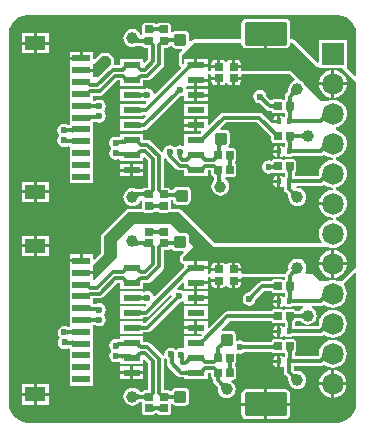
<source format=gtl>
G04*
G04 #@! TF.GenerationSoftware,Altium Limited,Altium Designer,22.0.2 (36)*
G04*
G04 Layer_Physical_Order=1*
G04 Layer_Color=255*
%FSLAX25Y25*%
%MOIN*%
G70*
G04*
G04 #@! TF.SameCoordinates,8F1ED235-4021-42EF-82FE-ED0713BC9050*
G04*
G04*
G04 #@! TF.FilePolarity,Positive*
G04*
G01*
G75*
G04:AMPARAMS|DCode=14|XSize=39.37mil|YSize=39.37mil|CornerRadius=3.94mil|HoleSize=0mil|Usage=FLASHONLY|Rotation=90.000|XOffset=0mil|YOffset=0mil|HoleType=Round|Shape=RoundedRectangle|*
%AMROUNDEDRECTD14*
21,1,0.03937,0.03150,0,0,90.0*
21,1,0.03150,0.03937,0,0,90.0*
1,1,0.00787,0.01575,0.01575*
1,1,0.00787,0.01575,-0.01575*
1,1,0.00787,-0.01575,-0.01575*
1,1,0.00787,-0.01575,0.01575*
%
%ADD14ROUNDEDRECTD14*%
%ADD15C,0.03937*%
G04:AMPARAMS|DCode=16|XSize=141.73mil|YSize=78.74mil|CornerRadius=5.91mil|HoleSize=0mil|Usage=FLASHONLY|Rotation=0.000|XOffset=0mil|YOffset=0mil|HoleType=Round|Shape=RoundedRectangle|*
%AMROUNDEDRECTD16*
21,1,0.14173,0.06693,0,0,0.0*
21,1,0.12992,0.07874,0,0,0.0*
1,1,0.01181,0.06496,-0.03347*
1,1,0.01181,-0.06496,-0.03347*
1,1,0.01181,-0.06496,0.03347*
1,1,0.01181,0.06496,0.03347*
%
%ADD16ROUNDEDRECTD16*%
%ADD17R,0.05728X0.02197*%
G04:AMPARAMS|DCode=18|XSize=13.78mil|YSize=17.72mil|CornerRadius=1.03mil|HoleSize=0mil|Usage=FLASHONLY|Rotation=180.000|XOffset=0mil|YOffset=0mil|HoleType=Round|Shape=RoundedRectangle|*
%AMROUNDEDRECTD18*
21,1,0.01378,0.01565,0,0,180.0*
21,1,0.01171,0.01772,0,0,180.0*
1,1,0.00207,-0.00586,0.00783*
1,1,0.00207,0.00586,0.00783*
1,1,0.00207,0.00586,-0.00783*
1,1,0.00207,-0.00586,-0.00783*
%
%ADD18ROUNDEDRECTD18*%
G04:AMPARAMS|DCode=19|XSize=23.62mil|YSize=27.56mil|CornerRadius=1.77mil|HoleSize=0mil|Usage=FLASHONLY|Rotation=0.000|XOffset=0mil|YOffset=0mil|HoleType=Round|Shape=RoundedRectangle|*
%AMROUNDEDRECTD19*
21,1,0.02362,0.02402,0,0,0.0*
21,1,0.02008,0.02756,0,0,0.0*
1,1,0.00354,0.01004,-0.01201*
1,1,0.00354,-0.01004,-0.01201*
1,1,0.00354,-0.01004,0.01201*
1,1,0.00354,0.01004,0.01201*
%
%ADD19ROUNDEDRECTD19*%
G04:AMPARAMS|DCode=20|XSize=23.62mil|YSize=27.56mil|CornerRadius=1.77mil|HoleSize=0mil|Usage=FLASHONLY|Rotation=90.000|XOffset=0mil|YOffset=0mil|HoleType=Round|Shape=RoundedRectangle|*
%AMROUNDEDRECTD20*
21,1,0.02362,0.02402,0,0,90.0*
21,1,0.02008,0.02756,0,0,90.0*
1,1,0.00354,0.01201,0.01004*
1,1,0.00354,0.01201,-0.01004*
1,1,0.00354,-0.01201,-0.01004*
1,1,0.00354,-0.01201,0.01004*
%
%ADD20ROUNDEDRECTD20*%
%ADD21R,0.05906X0.02362*%
%ADD22R,0.07087X0.04724*%
%ADD31C,0.01200*%
%ADD32C,0.02000*%
%ADD33C,0.07193*%
%ADD34R,0.07193X0.07193*%
%ADD35C,0.02362*%
G36*
X51173Y130838D02*
X51121Y130939D01*
X51052Y131029D01*
X50968Y131109D01*
X50867Y131178D01*
X50750Y131236D01*
X50617Y131284D01*
X50467Y131321D01*
X50301Y131347D01*
X50119Y131363D01*
X50000Y131366D01*
X49881Y131363D01*
X49699Y131347D01*
X49533Y131321D01*
X49384Y131284D01*
X49250Y131236D01*
X49133Y131178D01*
X49032Y131109D01*
X48948Y131029D01*
X48879Y130939D01*
X48827Y130838D01*
Y133099D01*
X48879Y132998D01*
X48948Y132908D01*
X49032Y132828D01*
X49133Y132759D01*
X49250Y132701D01*
X49384Y132653D01*
X49533Y132616D01*
X49699Y132590D01*
X49881Y132574D01*
X50000Y132571D01*
X50119Y132574D01*
X50301Y132590D01*
X50467Y132616D01*
X50617Y132653D01*
X50750Y132701D01*
X50867Y132759D01*
X50968Y132828D01*
X51052Y132908D01*
X51121Y132998D01*
X51173Y133099D01*
Y130838D01*
D02*
G37*
G36*
X56048Y127066D02*
X56036Y127180D01*
X55999Y127282D01*
X55939Y127372D01*
X55854Y127450D01*
X55745Y127516D01*
X55612Y127570D01*
X55454Y127612D01*
X55272Y127642D01*
X55066Y127660D01*
X54957Y127663D01*
X54847Y127660D01*
X54640Y127642D01*
X54457Y127612D01*
X54298Y127570D01*
X54165Y127516D01*
X54056Y127450D01*
X53972Y127372D01*
X53912Y127282D01*
X53878Y127180D01*
X53868Y127066D01*
X53827Y129162D01*
X53862Y129106D01*
X53917Y129055D01*
X53991Y129011D01*
X54087Y128972D01*
X54202Y128940D01*
X54337Y128913D01*
X54492Y128892D01*
X54864Y128869D01*
X54920Y128868D01*
X55066Y128872D01*
X55272Y128890D01*
X55454Y128920D01*
X55612Y128962D01*
X55745Y129016D01*
X55854Y129082D01*
X55939Y129160D01*
X55999Y129250D01*
X56036Y129352D01*
X56048Y129466D01*
Y127066D01*
D02*
G37*
G36*
X43977Y129154D02*
X44026Y129045D01*
X44094Y128948D01*
X44183Y128864D01*
X44291Y128793D01*
X44420Y128735D01*
X44568Y128690D01*
X44736Y128657D01*
X44925Y128638D01*
X45035Y128635D01*
X45119Y128637D01*
X45301Y128653D01*
X45467Y128679D01*
X45616Y128716D01*
X45750Y128764D01*
X45867Y128822D01*
X45968Y128891D01*
X46052Y128971D01*
X46121Y129061D01*
X46173Y129162D01*
Y126901D01*
X46121Y127002D01*
X46052Y127092D01*
X45968Y127172D01*
X45867Y127241D01*
X45750Y127299D01*
X45616Y127347D01*
X45467Y127384D01*
X45301Y127410D01*
X45119Y127426D01*
X44920Y127431D01*
Y127468D01*
X44914Y127431D01*
X44610Y127429D01*
X43388Y127344D01*
X43203Y127312D01*
X42893Y127234D01*
X42768Y127188D01*
X43949Y129277D01*
X43977Y129154D01*
D02*
G37*
G36*
X87000Y125532D02*
X92996D01*
X93617Y125655D01*
X94143Y126007D01*
X94494Y126533D01*
X94618Y127154D01*
Y127500D01*
X95500D01*
X103500Y119500D01*
X104221D01*
Y119153D01*
X111846D01*
X116500Y114500D01*
Y52500D01*
X112000Y48000D01*
X110649D01*
X110591Y48033D01*
X109422Y48346D01*
X108212D01*
X107043Y48033D01*
X106985Y48000D01*
X104500D01*
X102000Y50500D01*
X99850D01*
X99562Y51000D01*
X99766Y51354D01*
X99968Y52109D01*
Y52891D01*
X99766Y53646D01*
X99375Y54323D01*
X98823Y54875D01*
X98146Y55266D01*
X97391Y55468D01*
X96609D01*
X95854Y55266D01*
X95177Y54875D01*
X94625Y54323D01*
X94234Y53646D01*
X94032Y52891D01*
Y52109D01*
X94068Y51974D01*
X94067Y51962D01*
X94077Y51928D01*
X94076Y51892D01*
X94090Y51809D01*
X94090Y51789D01*
X94089Y51768D01*
X94082Y51739D01*
X94069Y51699D01*
X94045Y51645D01*
X94006Y51577D01*
X93949Y51496D01*
X93918Y51459D01*
X93315Y50856D01*
X93077Y50500D01*
X92152D01*
X78571Y50500D01*
X78153Y50965D01*
Y51468D01*
X75752D01*
Y51968D01*
X75252D01*
Y54173D01*
X74551D01*
X74092Y54081D01*
X73703Y53821D01*
X73530Y53563D01*
X73434Y53536D01*
X73070D01*
X72974Y53563D01*
X72802Y53821D01*
X72412Y54081D01*
X71953Y54173D01*
X71252D01*
Y51968D01*
X70752D01*
Y51468D01*
X68351D01*
Y51000D01*
X68344Y50956D01*
X67934Y50500D01*
X67078D01*
Y52000D01*
X63214D01*
Y52500D01*
X62714D01*
Y54598D01*
X59350D01*
X59000Y54953D01*
Y56000D01*
X62500Y59500D01*
X61011Y60988D01*
Y62590D01*
X60903Y63134D01*
X60595Y63595D01*
X60134Y63903D01*
X59591Y64012D01*
X57989D01*
X55000Y67000D01*
X42500D01*
X37000Y61500D01*
Y56000D01*
X29500Y48500D01*
X28992D01*
Y48567D01*
Y50248D01*
X25039D01*
Y51248D01*
X28992D01*
Y52504D01*
Y53000D01*
X29000D01*
X32500Y57000D01*
Y63000D01*
X40500Y71000D01*
X45718D01*
X45840Y70919D01*
X46299Y70827D01*
X48701D01*
X49160Y70919D01*
X49282Y71000D01*
X50718D01*
X50840Y70919D01*
X51299Y70827D01*
X53701D01*
X54160Y70919D01*
X54282Y71000D01*
X57500D01*
X69000Y59500D01*
X106985D01*
X107043Y59467D01*
X108212Y59153D01*
X109422D01*
X110591Y59467D01*
X110649Y59500D01*
X111639Y60072D01*
X112495Y60928D01*
X113100Y61976D01*
X113414Y63145D01*
Y64355D01*
X113100Y65524D01*
X112495Y66572D01*
X111639Y67428D01*
X110591Y68033D01*
X110000Y68192D01*
Y69308D01*
X110591Y69467D01*
X111639Y70072D01*
X112495Y70928D01*
X113100Y71976D01*
X113414Y73145D01*
Y74355D01*
X113100Y75524D01*
X112495Y76572D01*
X111639Y77428D01*
X110591Y78033D01*
X110000Y78192D01*
Y79308D01*
X110591Y79467D01*
X111639Y80072D01*
X112495Y80928D01*
X113100Y81976D01*
X113414Y83145D01*
Y84355D01*
X113100Y85524D01*
X112495Y86572D01*
X111639Y87428D01*
X110591Y88033D01*
X110000Y88192D01*
Y89308D01*
X110591Y89467D01*
X111639Y90072D01*
X112495Y90928D01*
X113100Y91976D01*
X113414Y93145D01*
Y94355D01*
X113100Y95524D01*
X112495Y96572D01*
X111639Y97428D01*
X110591Y98033D01*
X110000Y98192D01*
Y99308D01*
X110591Y99467D01*
X111639Y100072D01*
X112495Y100928D01*
X113100Y101976D01*
X113414Y103145D01*
Y104355D01*
X113100Y105524D01*
X112495Y106572D01*
X111639Y107428D01*
X110591Y108033D01*
X110000Y108192D01*
X109422Y108346D01*
X108212D01*
X107043Y108033D01*
X106985Y108000D01*
X105000D01*
X99646Y113354D01*
X99375Y113823D01*
X98823Y114375D01*
X98354Y114646D01*
X95000Y118000D01*
X78571D01*
X78153Y118465D01*
Y118968D01*
X75752D01*
Y119468D01*
X75252D01*
Y121673D01*
X74551D01*
X74092Y121581D01*
X73703Y121321D01*
X73530Y121063D01*
X73434Y121036D01*
X73070D01*
X72974Y121063D01*
X72802Y121321D01*
X72412Y121581D01*
X71953Y121673D01*
X71252D01*
Y119468D01*
X70752D01*
Y118968D01*
X68351D01*
Y118465D01*
X67934Y118000D01*
X67078D01*
Y119500D01*
X63214D01*
Y120000D01*
X62714D01*
Y122098D01*
X59350D01*
Y120646D01*
X59342Y120608D01*
X59250Y120488D01*
X58620Y120442D01*
X58500Y120558D01*
Y123500D01*
X62500Y127500D01*
X78382Y127500D01*
Y127154D01*
X78506Y126533D01*
X78857Y126007D01*
X79383Y125655D01*
X80004Y125532D01*
X86000D01*
Y130500D01*
X87000D01*
Y125532D01*
D02*
G37*
G36*
X62061Y118914D02*
X61967Y118981D01*
X61857Y119015D01*
X61730Y119015D01*
X61585Y118981D01*
X61424Y118913D01*
X61246Y118812D01*
X61051Y118676D01*
X60839Y118506D01*
X60364Y118065D01*
X59513Y118912D01*
X59751Y119158D01*
X60125Y119599D01*
X60260Y119795D01*
X60362Y119973D01*
X60430Y120134D01*
X60464Y120278D01*
X60464Y120405D01*
X60430Y120516D01*
X60362Y120609D01*
X62061Y118914D01*
D02*
G37*
G36*
X44646Y119438D02*
X44664Y119424D01*
X44731Y119362D01*
X45177Y118924D01*
X44329Y118076D01*
X43512Y118914D01*
X44638Y119442D01*
X44646Y119438D01*
D02*
G37*
G36*
X40060Y118914D02*
X40054Y118904D01*
X40032Y118878D01*
X39773Y118609D01*
X39243Y118076D01*
X38395Y118924D01*
X38934Y119442D01*
X40060Y118914D01*
D02*
G37*
G36*
X111953Y136440D02*
X113172Y135935D01*
X114269Y135202D01*
X115202Y134269D01*
X115935Y133172D01*
X116440Y131954D01*
X116697Y130660D01*
Y130000D01*
Y116398D01*
X116235Y116207D01*
X113672Y118770D01*
X113414Y119154D01*
X113414D01*
X113414Y119154D01*
Y128347D01*
X104221D01*
Y120928D01*
X103721Y120721D01*
X96221Y128221D01*
X95890Y128442D01*
X95500Y128520D01*
X94618D01*
Y133846D01*
X94494Y134467D01*
X94143Y134993D01*
X93617Y135345D01*
X92996Y135468D01*
X80004D01*
X79383Y135345D01*
X78857Y134993D01*
X78506Y134467D01*
X78382Y133846D01*
Y128520D01*
X62500Y128520D01*
X62110Y128442D01*
X61779Y128221D01*
X61458Y127900D01*
X60996Y128091D01*
Y130075D01*
X60888Y130619D01*
X60580Y131080D01*
X60119Y131388D01*
X59575Y131496D01*
X56425D01*
X55881Y131388D01*
X55420Y131080D01*
X55401Y131051D01*
X54901Y131202D01*
Y132972D01*
X54810Y133432D01*
X54549Y133821D01*
X54160Y134081D01*
X53701Y134173D01*
X51299D01*
X50840Y134081D01*
X50633Y133943D01*
X50515Y133878D01*
X50492Y133849D01*
X50450Y133821D01*
X50351Y133672D01*
X50317Y133630D01*
X50263Y133616D01*
X50176Y133602D01*
X50148Y133600D01*
X49852D01*
X49824Y133602D01*
X49737Y133616D01*
X49683Y133630D01*
X49649Y133673D01*
X49549Y133821D01*
X49508Y133849D01*
X49485Y133878D01*
X49367Y133943D01*
X49160Y134081D01*
X48701Y134173D01*
X46299D01*
X45840Y134081D01*
X45450Y133821D01*
X45190Y133432D01*
X45099Y132972D01*
Y130965D01*
X45190Y130505D01*
X45274Y130379D01*
X45302Y130330D01*
X45202Y130154D01*
X44727Y130172D01*
X44593Y130497D01*
X44117Y131117D01*
X43497Y131593D01*
X42775Y131892D01*
X42000Y131994D01*
X41225Y131892D01*
X40503Y131593D01*
X39883Y131117D01*
X39407Y130497D01*
X39108Y129775D01*
X39006Y129000D01*
X39108Y128225D01*
X39407Y127503D01*
X39883Y126883D01*
X40503Y126407D01*
X41225Y126108D01*
X42000Y126006D01*
X42775Y126108D01*
X43003Y126202D01*
X43041Y126205D01*
X43080Y126225D01*
X43122Y126232D01*
X43196Y126259D01*
X43414Y126314D01*
X43510Y126330D01*
X44512Y126400D01*
X45148D01*
X45176Y126398D01*
X45263Y126384D01*
X45317Y126371D01*
X45351Y126327D01*
X45450Y126179D01*
X45492Y126151D01*
X45515Y126122D01*
X45633Y126057D01*
X45840Y125919D01*
X46299Y125827D01*
X47369D01*
Y121941D01*
X46112Y120685D01*
X45650Y120876D01*
Y122098D01*
X37922D01*
Y120131D01*
X36322D01*
X36020Y120500D01*
Y122000D01*
X35942Y122390D01*
X35721Y122721D01*
X34721Y123721D01*
X34390Y123942D01*
X34000Y124020D01*
X32000D01*
X31610Y123942D01*
X31279Y123721D01*
X29492Y121934D01*
X28992Y122141D01*
Y124366D01*
X25539D01*
Y122185D01*
X25039D01*
Y121685D01*
X21087D01*
Y120004D01*
Y116067D01*
Y112130D01*
Y108193D01*
Y104256D01*
Y100185D01*
X20959Y100069D01*
X20953Y100064D01*
X20587Y99934D01*
X20073Y100277D01*
X19222Y100446D01*
X18371Y100277D01*
X17650Y99795D01*
X17168Y99073D01*
X16998Y98222D01*
X17168Y97371D01*
X17491Y96888D01*
X17709Y96433D01*
X17227Y95711D01*
X17057Y94860D01*
X17227Y94009D01*
X17709Y93288D01*
X18430Y92806D01*
X19281Y92636D01*
X20132Y92806D01*
X20553Y93087D01*
X20565Y93092D01*
X20576Y93095D01*
X20587Y93098D01*
X20603Y93101D01*
X21087Y92777D01*
Y88508D01*
Y84571D01*
Y80634D01*
X28992D01*
Y84571D01*
Y88508D01*
Y92445D01*
Y96382D01*
Y101078D01*
X29711D01*
X29822Y101064D01*
X29837Y101061D01*
X29843Y101058D01*
X29856Y101055D01*
X29871Y101050D01*
X30149Y100864D01*
X31000Y100695D01*
X31851Y100864D01*
X32572Y101347D01*
X33055Y102068D01*
X33224Y102919D01*
X33055Y103770D01*
X32750Y104226D01*
X32612Y104600D01*
X32750Y104974D01*
X33055Y105430D01*
X33224Y106281D01*
X33055Y107132D01*
X32572Y107854D01*
X31851Y108336D01*
X31000Y108505D01*
X30149Y108336D01*
X29655Y108005D01*
X29649Y108004D01*
X29616Y107998D01*
X29576Y107992D01*
X29554Y107990D01*
X28992D01*
Y109711D01*
X31102D01*
X31726Y109835D01*
X32255Y110189D01*
X36935Y114869D01*
X37922D01*
Y112902D01*
X45650D01*
Y114869D01*
X47063D01*
X47687Y114993D01*
X48216Y115347D01*
X52153Y119284D01*
X52507Y119813D01*
X52631Y120437D01*
Y125827D01*
X53701D01*
X54160Y125919D01*
X54549Y126179D01*
X54621Y126287D01*
X54766Y126315D01*
X55199Y126251D01*
X55420Y125920D01*
X55881Y125612D01*
X56425Y125504D01*
X58409D01*
X58600Y125042D01*
X57779Y124221D01*
X57558Y123890D01*
X57480Y123500D01*
Y120558D01*
X57482Y120551D01*
X57481Y120544D01*
X57521Y120356D01*
X57558Y120168D01*
X57562Y120162D01*
X57563Y120155D01*
X57672Y119997D01*
X57779Y119837D01*
X57785Y119833D01*
X57789Y119827D01*
X57908Y119711D01*
X57935Y119694D01*
X57954Y119669D01*
X58051Y119615D01*
X58114Y119495D01*
X58169Y119112D01*
X58148Y119005D01*
X49585Y110442D01*
X49107Y110588D01*
X49055Y110851D01*
X48572Y111573D01*
X47851Y112055D01*
X47000Y112224D01*
X46149Y112055D01*
X45964Y111931D01*
X45650Y112098D01*
Y112098D01*
X44676D01*
X44638Y112106D01*
X44600Y112098D01*
X37922D01*
Y107902D01*
X44600D01*
X44638Y107894D01*
X44676Y107902D01*
X45650D01*
Y107902D01*
X45964Y108069D01*
X46149Y107946D01*
X46412Y107893D01*
X46558Y107415D01*
X46150Y107007D01*
X45650Y107098D01*
Y107098D01*
X44676D01*
X44638Y107106D01*
X44600Y107098D01*
X37922D01*
Y102902D01*
X44600D01*
X44638Y102894D01*
X44676Y102902D01*
X45650D01*
Y103369D01*
X46309D01*
X46508Y103013D01*
X46529Y102882D01*
X46021Y102374D01*
X45650Y102098D01*
Y102098D01*
X45650Y102098D01*
X44676D01*
X44638Y102106D01*
X44600Y102098D01*
X37922D01*
Y97902D01*
X44600D01*
X44638Y97894D01*
X44676Y97902D01*
X45650D01*
Y98369D01*
X45954D01*
X46579Y98493D01*
X47108Y98847D01*
X57845Y109583D01*
X57849Y109586D01*
X57867Y109599D01*
X58607Y109747D01*
X58850Y109909D01*
X59350Y109642D01*
Y107902D01*
X62714D01*
Y110000D01*
Y112098D01*
X60240D01*
X60063Y112458D01*
X60348Y112902D01*
X62714D01*
Y115000D01*
X63214D01*
Y115500D01*
X67078D01*
Y116980D01*
X67934D01*
X67961Y116986D01*
X68008Y116962D01*
X68310Y116659D01*
X68355Y116554D01*
X68351Y116535D01*
Y116032D01*
X70752D01*
Y115532D01*
X71252D01*
Y113327D01*
X71953D01*
X72412Y113419D01*
X72802Y113679D01*
X72974Y113937D01*
X73070Y113964D01*
X73434D01*
X73530Y113937D01*
X73703Y113679D01*
X74092Y113419D01*
X74551Y113327D01*
X75252D01*
Y115532D01*
X75752D01*
Y116032D01*
X78153D01*
Y116535D01*
X78149Y116554D01*
X78194Y116659D01*
X78496Y116962D01*
X78544Y116986D01*
X78571Y116980D01*
X94578D01*
X96204Y115354D01*
X96037Y114814D01*
X95503Y114593D01*
X94883Y114117D01*
X94407Y113497D01*
X94108Y112775D01*
X94006Y112000D01*
X94040Y111742D01*
X94033Y111702D01*
X94040Y111665D01*
X94036Y111627D01*
X94044Y111535D01*
X94044Y111502D01*
X94038Y111465D01*
X94027Y111422D01*
X94008Y111369D01*
X93977Y111305D01*
X93932Y111229D01*
X93871Y111144D01*
X93840Y111106D01*
X93315Y110582D01*
X92961Y110052D01*
X92837Y109428D01*
Y108634D01*
X92589Y108463D01*
X92392Y108374D01*
X92175Y108446D01*
X92121Y108475D01*
X91995Y108560D01*
X91535Y108651D01*
X89528D01*
X89068Y108560D01*
X88679Y108300D01*
X88050Y108258D01*
X86718Y109589D01*
X86715Y109593D01*
X86702Y109611D01*
X86554Y110351D01*
X86072Y111073D01*
X85351Y111555D01*
X84500Y111724D01*
X83649Y111555D01*
X82928Y111073D01*
X82446Y110351D01*
X82276Y109500D01*
X82446Y108649D01*
X82928Y107928D01*
X83649Y107446D01*
X84389Y107298D01*
X84397Y107292D01*
X84420Y107273D01*
X86597Y105096D01*
X87126Y104743D01*
X87750Y104619D01*
X88400D01*
X88413Y104618D01*
X88419Y104590D01*
X88679Y104200D01*
X89068Y103940D01*
X89528Y103849D01*
X91535D01*
X91995Y103940D01*
X92121Y104025D01*
X92175Y104054D01*
X92392Y104126D01*
X92589Y104037D01*
X92837Y103866D01*
Y103023D01*
X92826Y102861D01*
X92817Y102791D01*
X92783Y102740D01*
X92492Y102698D01*
X92365Y102694D01*
X92327Y102700D01*
X92326Y102701D01*
X92199Y102767D01*
X92159Y102828D01*
X91794Y103072D01*
X91363Y103157D01*
X91278D01*
Y101250D01*
X90778D01*
Y100750D01*
X89067D01*
Y100729D01*
X88567Y100522D01*
X85435Y103654D01*
X84906Y104007D01*
X84281Y104131D01*
X72479D01*
X71855Y104007D01*
X71326Y103654D01*
X67540Y99867D01*
X67078Y100059D01*
Y102098D01*
X63714D01*
Y100000D01*
Y97902D01*
X64933D01*
X65044Y97634D01*
X65070Y97402D01*
X64921Y97263D01*
X64764Y97136D01*
X64710Y97098D01*
X59350D01*
Y93230D01*
X58850Y92963D01*
X58713Y93054D01*
X57862Y93224D01*
X57011Y93054D01*
X56577Y92764D01*
X56143Y92639D01*
X55828Y92782D01*
X55351Y93100D01*
X54500Y93270D01*
X53649Y93100D01*
X52928Y92618D01*
X52446Y91897D01*
X52319Y91258D01*
X51801Y91069D01*
X48216Y94653D01*
X47687Y95007D01*
X47063Y95131D01*
X45650D01*
Y97098D01*
X37922D01*
Y96133D01*
X37316D01*
X37255Y96121D01*
X37018Y96121D01*
X36500Y96224D01*
X35649Y96055D01*
X34927Y95573D01*
X34445Y94851D01*
X34276Y94000D01*
X34445Y93149D01*
X34750Y92693D01*
X34888Y92319D01*
X34750Y91945D01*
X34445Y91489D01*
X34276Y90638D01*
X34445Y89787D01*
X34927Y89065D01*
X35649Y88583D01*
X36500Y88414D01*
X37351Y88583D01*
X37422Y88631D01*
X37880Y88410D01*
X37922Y88326D01*
Y87902D01*
X45650D01*
Y89124D01*
X46112Y89315D01*
X47369Y88059D01*
Y79173D01*
X46299D01*
X45840Y79081D01*
X45633Y78943D01*
X45515Y78878D01*
X45492Y78849D01*
X45450Y78821D01*
X45351Y78672D01*
X45317Y78629D01*
X45263Y78616D01*
X45176Y78602D01*
X45148Y78600D01*
X44470D01*
X44117Y78609D01*
X43711Y78643D01*
X43390Y78691D01*
X43289Y78713D01*
X43211Y78736D01*
X43122Y78768D01*
X43080Y78775D01*
X43041Y78795D01*
X43003Y78798D01*
X42775Y78892D01*
X42000Y78994D01*
X41225Y78892D01*
X40503Y78593D01*
X39883Y78117D01*
X39407Y77497D01*
X39108Y76775D01*
X39006Y76000D01*
X39108Y75225D01*
X39407Y74503D01*
X39883Y73883D01*
X40503Y73407D01*
X41225Y73108D01*
X42000Y73006D01*
X42775Y73108D01*
X43497Y73407D01*
X44117Y73883D01*
X44593Y74503D01*
X44721Y74812D01*
X44730Y74816D01*
X45218Y74831D01*
X45311Y74695D01*
X45305Y74675D01*
X45274Y74621D01*
X45190Y74495D01*
X45099Y74035D01*
Y72028D01*
X45092Y72020D01*
X40500D01*
X40110Y71942D01*
X39779Y71721D01*
X31779Y63721D01*
X31558Y63390D01*
X31480Y63000D01*
Y57383D01*
X29460Y55074D01*
X28992Y55250D01*
Y56866D01*
X25539D01*
Y54685D01*
X25039D01*
Y54185D01*
X21087D01*
Y52504D01*
Y48567D01*
Y44630D01*
Y40693D01*
Y36756D01*
Y32985D01*
X20747Y32750D01*
X20587Y32718D01*
X20244Y32947D01*
X19393Y33116D01*
X18542Y32947D01*
X17820Y32465D01*
X17338Y31744D01*
X17169Y30893D01*
X17338Y30042D01*
X17820Y29320D01*
X17683Y28810D01*
X17397Y28381D01*
X17228Y27531D01*
X17397Y26680D01*
X17879Y25958D01*
X18600Y25476D01*
X19451Y25307D01*
X20302Y25476D01*
X20587Y25666D01*
X20967Y25516D01*
X21087Y25359D01*
Y21008D01*
Y17071D01*
Y13134D01*
X28992D01*
Y17071D01*
Y21008D01*
Y24945D01*
Y28882D01*
Y33437D01*
X29545D01*
X29568Y33436D01*
X29607Y33430D01*
X29639Y33424D01*
X30149Y33083D01*
X31000Y32914D01*
X31851Y33083D01*
X32572Y33565D01*
X33055Y34287D01*
X33224Y35138D01*
X33055Y35989D01*
X32750Y36445D01*
X32612Y36819D01*
X32750Y37193D01*
X33055Y37649D01*
X33224Y38500D01*
X33055Y39351D01*
X32572Y40073D01*
X31851Y40555D01*
X31000Y40724D01*
X30149Y40555D01*
X29883Y40377D01*
X29875Y40374D01*
X29809Y40359D01*
X29795Y40357D01*
X29687Y40350D01*
X28992D01*
Y42211D01*
X31102D01*
X31726Y42335D01*
X32255Y42689D01*
X36935Y47369D01*
X37922D01*
Y45402D01*
X45650D01*
Y47369D01*
X47063D01*
X47687Y47493D01*
X48216Y47846D01*
X52153Y51784D01*
X52507Y52313D01*
X52631Y52937D01*
Y58327D01*
X53701D01*
X54160Y58419D01*
X54549Y58679D01*
X54636Y58808D01*
X54785Y58835D01*
X55212Y58771D01*
X55436Y58436D01*
X55897Y58128D01*
X56441Y58020D01*
X58925D01*
X59116Y57558D01*
X58279Y56721D01*
X58058Y56390D01*
X57980Y56000D01*
Y54953D01*
X58019Y54761D01*
X58055Y54570D01*
X58057Y54567D01*
X58058Y54563D01*
X58167Y54401D01*
X58274Y54238D01*
X58624Y53883D01*
X58627Y53881D01*
X58629Y53878D01*
X58791Y53769D01*
X58953Y53659D01*
X58957Y53658D01*
X58960Y53656D01*
X59151Y53618D01*
X59343Y53579D01*
X59342Y53108D01*
X59350Y53070D01*
Y52771D01*
X59315Y52721D01*
X59045Y52402D01*
X49585Y42943D01*
X49107Y43088D01*
X49055Y43351D01*
X48572Y44072D01*
X47851Y44555D01*
X47000Y44724D01*
X46149Y44555D01*
X45964Y44431D01*
X45650Y44598D01*
Y44598D01*
X44676D01*
X44638Y44606D01*
X44600Y44598D01*
X37922D01*
Y40402D01*
X44600D01*
X44638Y40394D01*
X44676Y40402D01*
X45650D01*
Y40402D01*
X45964Y40569D01*
X46149Y40445D01*
X46412Y40393D01*
X46558Y39915D01*
X46150Y39507D01*
X45650Y39598D01*
Y39598D01*
X44676D01*
X44638Y39606D01*
X44600Y39598D01*
X37922D01*
Y35402D01*
X44600D01*
X44638Y35394D01*
X44676Y35402D01*
X45650D01*
Y35869D01*
X46450D01*
X47074Y35993D01*
X47604Y36347D01*
X54623Y43366D01*
X55131Y43167D01*
X55139Y42946D01*
X46324Y34131D01*
X45650D01*
Y34598D01*
X44676D01*
X44638Y34606D01*
X44600Y34598D01*
X37922D01*
Y30402D01*
X44600D01*
X44638Y30394D01*
X44676Y30402D01*
X45650D01*
Y30869D01*
X47000D01*
X47624Y30993D01*
X48153Y31346D01*
X57589Y40782D01*
X57593Y40785D01*
X57611Y40798D01*
X58351Y40945D01*
X58850Y41279D01*
X59350Y41012D01*
Y40402D01*
X62714D01*
Y42500D01*
Y44598D01*
X59350D01*
X59350Y44598D01*
X58890Y44695D01*
X58351Y45055D01*
X57500Y45224D01*
X57111Y45146D01*
X56864Y45607D01*
X58888Y47631D01*
X59350Y47440D01*
Y45402D01*
X62714D01*
Y47500D01*
X63214D01*
Y48000D01*
X67078D01*
Y49480D01*
X67934D01*
X67961Y49486D01*
X68008Y49462D01*
X68310Y49159D01*
X68355Y49054D01*
X68351Y49035D01*
Y48531D01*
X70752D01*
Y48031D01*
X71252D01*
Y45827D01*
X71953D01*
X72412Y45919D01*
X72802Y46179D01*
X72974Y46437D01*
X73070Y46464D01*
X73434D01*
X73530Y46437D01*
X73703Y46179D01*
X74092Y45919D01*
X74551Y45827D01*
X75252D01*
Y48031D01*
X75752D01*
Y48531D01*
X78153D01*
Y49035D01*
X78149Y49054D01*
X78194Y49159D01*
X78496Y49462D01*
X78544Y49486D01*
X78571Y49480D01*
X92152Y49480D01*
X92837D01*
Y48634D01*
X92589Y48463D01*
X92392Y48374D01*
X92175Y48445D01*
X92121Y48476D01*
X91995Y48560D01*
X91535Y48651D01*
X89528D01*
X89068Y48560D01*
X88679Y48300D01*
X88419Y47910D01*
X88413Y47882D01*
X88402Y47881D01*
X85250D01*
X84626Y47757D01*
X84096Y47403D01*
X80911Y44218D01*
X80907Y44215D01*
X80889Y44202D01*
X80149Y44055D01*
X79427Y43573D01*
X78945Y42851D01*
X78776Y42000D01*
X78945Y41149D01*
X79427Y40428D01*
X80149Y39945D01*
X81000Y39776D01*
X81851Y39945D01*
X82573Y40428D01*
X83055Y41149D01*
X83202Y41889D01*
X83208Y41897D01*
X83227Y41920D01*
X85926Y44619D01*
X88400D01*
X88413Y44618D01*
X88419Y44590D01*
X88679Y44201D01*
X89068Y43940D01*
X89528Y43849D01*
X91535D01*
X91995Y43940D01*
X92121Y44025D01*
X92175Y44054D01*
X92392Y44126D01*
X92589Y44037D01*
X92837Y43866D01*
Y43023D01*
X92826Y42861D01*
X92817Y42791D01*
X92783Y42740D01*
X92492Y42698D01*
X92365Y42694D01*
X92327Y42700D01*
X92326Y42701D01*
X92199Y42767D01*
X92159Y42828D01*
X91794Y43072D01*
X91363Y43157D01*
X91278D01*
Y41250D01*
Y39343D01*
X91363D01*
X91794Y39428D01*
X92159Y39672D01*
X92199Y39733D01*
X92801D01*
X92841Y39672D01*
X93206Y39428D01*
X93637Y39343D01*
X94808D01*
X95239Y39428D01*
X95389Y39529D01*
X95456Y39558D01*
X95494Y39596D01*
X95802Y39619D01*
X98965D01*
X99065Y39119D01*
X99003Y39093D01*
X98383Y38617D01*
X98142Y38304D01*
X98101Y38272D01*
X98083Y38241D01*
X98055Y38216D01*
X98002Y38147D01*
X97985Y38129D01*
X97963Y38111D01*
X97933Y38092D01*
X97890Y38071D01*
X97829Y38049D01*
X97750Y38028D01*
X97650Y38011D01*
X97602Y38006D01*
X96587D01*
X96523Y38012D01*
X96512Y38013D01*
X96476Y38068D01*
X96472Y38080D01*
X96455Y38100D01*
X96321Y38300D01*
X96220Y38367D01*
X96209Y38379D01*
X96180Y38394D01*
X95932Y38560D01*
X95472Y38651D01*
X93465D01*
X93005Y38560D01*
X92871Y38470D01*
X92500Y38340D01*
X92129Y38470D01*
X91995Y38560D01*
X91535Y38651D01*
X89528D01*
X89068Y38560D01*
X88679Y38300D01*
X88419Y37910D01*
X88413Y37882D01*
X88402Y37881D01*
X73729D01*
X73105Y37757D01*
X72576Y37404D01*
X67540Y32367D01*
X67078Y32559D01*
Y34598D01*
X63714D01*
Y32500D01*
Y30402D01*
X64933D01*
X65044Y30134D01*
X65070Y29902D01*
X64921Y29763D01*
X64764Y29636D01*
X64710Y29598D01*
X59350D01*
Y25971D01*
X59329Y25932D01*
X58850Y25599D01*
X58267Y25715D01*
X57416Y25546D01*
X56983Y25257D01*
X56478Y25113D01*
X55756Y25595D01*
X54905Y25765D01*
X54054Y25595D01*
X53333Y25113D01*
X52851Y24392D01*
X52681Y23541D01*
X52742Y23235D01*
X52271Y23040D01*
X52153Y23216D01*
X48216Y27154D01*
X47687Y27507D01*
X47063Y27631D01*
X45650D01*
Y29598D01*
X37922D01*
Y28633D01*
X37316D01*
X37255Y28621D01*
X37018Y28621D01*
X36500Y28724D01*
X35649Y28555D01*
X34927Y28073D01*
X34445Y27351D01*
X34276Y26500D01*
X34445Y25649D01*
X34750Y25193D01*
X34888Y24819D01*
X34750Y24445D01*
X34445Y23989D01*
X34276Y23138D01*
X34445Y22287D01*
X34927Y21565D01*
X35649Y21083D01*
X36500Y20914D01*
X37351Y21083D01*
X37422Y21131D01*
X37880Y20910D01*
X37922Y20826D01*
Y20402D01*
X45650D01*
Y21624D01*
X46112Y21815D01*
X47369Y20559D01*
Y11673D01*
X46299D01*
X45840Y11581D01*
X45633Y11443D01*
X45515Y11378D01*
X45492Y11349D01*
X45450Y11321D01*
X45351Y11173D01*
X45317Y11129D01*
X45263Y11116D01*
X45176Y11102D01*
X45148Y11100D01*
X44868D01*
X44820Y11104D01*
X44716Y11122D01*
X44631Y11143D01*
X44564Y11167D01*
X44513Y11190D01*
X44474Y11213D01*
X44445Y11235D01*
X44421Y11258D01*
X44362Y11328D01*
X44333Y11352D01*
X44312Y11384D01*
X44278Y11408D01*
X44117Y11617D01*
X43497Y12093D01*
X42775Y12392D01*
X42000Y12494D01*
X41225Y12392D01*
X40503Y12093D01*
X39883Y11617D01*
X39407Y10997D01*
X39108Y10275D01*
X39006Y9500D01*
X39108Y8725D01*
X39407Y8003D01*
X39883Y7383D01*
X40503Y6907D01*
X41225Y6608D01*
X42000Y6506D01*
X42775Y6608D01*
X43497Y6907D01*
X44117Y7383D01*
X44230Y7529D01*
X44250Y7543D01*
X44272Y7575D01*
X44303Y7598D01*
X44366Y7669D01*
X44395Y7695D01*
X44429Y7719D01*
X44473Y7744D01*
X44529Y7769D01*
X44601Y7794D01*
X44689Y7815D01*
X44796Y7833D01*
X44844Y7837D01*
X45116D01*
X45287Y7589D01*
X45376Y7392D01*
X45305Y7175D01*
X45274Y7121D01*
X45190Y6995D01*
X45099Y6535D01*
Y4528D01*
X45190Y4068D01*
X45450Y3679D01*
X45840Y3419D01*
X46299Y3327D01*
X48701D01*
X49160Y3419D01*
X49367Y3557D01*
X49485Y3622D01*
X49508Y3651D01*
X49549Y3679D01*
X49649Y3827D01*
X49683Y3870D01*
X49737Y3884D01*
X49824Y3898D01*
X49852Y3900D01*
X50303D01*
X50450Y3679D01*
X50840Y3419D01*
X51299Y3327D01*
X53701D01*
X54160Y3419D01*
X54549Y3679D01*
X54810Y4068D01*
X54901Y4528D01*
Y6535D01*
X54810Y6995D01*
X55242Y7187D01*
X55420Y6920D01*
X55881Y6612D01*
X56425Y6504D01*
X59575D01*
X60119Y6612D01*
X60580Y6920D01*
X60888Y7381D01*
X60996Y7925D01*
Y11075D01*
X60888Y11619D01*
X60580Y12080D01*
X60119Y12388D01*
X59575Y12496D01*
X56425D01*
X55881Y12388D01*
X55420Y12080D01*
X55112Y11619D01*
X55078Y11448D01*
X55017Y11402D01*
X54549Y11321D01*
X54507Y11349D01*
X54483Y11380D01*
X54365Y11445D01*
X54160Y11581D01*
X53701Y11673D01*
X52631D01*
Y22063D01*
X52616Y22142D01*
X53087Y22337D01*
X53333Y21968D01*
X53486Y21866D01*
Y20560D01*
X53610Y19936D01*
X53964Y19406D01*
X57024Y16346D01*
X57553Y15993D01*
X58177Y15869D01*
X59350D01*
Y15402D01*
X60324D01*
X60362Y15394D01*
X60400Y15402D01*
X67078D01*
Y17369D01*
X68351D01*
Y16299D01*
X68442Y15840D01*
X68581Y15632D01*
X68647Y15514D01*
X68676Y15491D01*
X68703Y15450D01*
X68853Y15350D01*
X68897Y15315D01*
X68909Y15271D01*
X68922Y15189D01*
X68924Y15165D01*
Y14945D01*
X69048Y14320D01*
X69402Y13791D01*
X70327Y12866D01*
X70358Y12829D01*
X70420Y12742D01*
X70466Y12666D01*
X70498Y12600D01*
X70519Y12544D01*
X70531Y12499D01*
X70537Y12460D01*
X70538Y12424D01*
X70531Y12331D01*
X70536Y12292D01*
X70529Y12255D01*
X70535Y12222D01*
X70506Y12000D01*
X70608Y11225D01*
X70907Y10503D01*
X71383Y9883D01*
X72003Y9407D01*
X72725Y9108D01*
X73500Y9006D01*
X74275Y9108D01*
X74997Y9407D01*
X75617Y9883D01*
X76093Y10503D01*
X76392Y11225D01*
X76494Y12000D01*
X76392Y12775D01*
X76093Y13497D01*
X75617Y14117D01*
X74997Y14593D01*
X74983Y14599D01*
X75082Y15099D01*
X75496D01*
X75956Y15190D01*
X76345Y15450D01*
X76605Y15840D01*
X76696Y16299D01*
Y18701D01*
X76605Y19160D01*
X76467Y19367D01*
X76402Y19485D01*
X76372Y19508D01*
X76345Y19549D01*
X76196Y19649D01*
X76153Y19683D01*
X76140Y19737D01*
X76126Y19824D01*
X76124Y19852D01*
Y20148D01*
X76126Y20176D01*
X76140Y20263D01*
X76153Y20317D01*
X76196Y20351D01*
X76345Y20450D01*
X76372Y20492D01*
X76402Y20515D01*
X76467Y20633D01*
X76605Y20840D01*
X76696Y21299D01*
Y23646D01*
X76839Y23778D01*
X77149Y23945D01*
X78000Y23776D01*
X78851Y23945D01*
X79572Y24428D01*
X79617Y24494D01*
X88413D01*
X88477Y24488D01*
X88488Y24487D01*
X88524Y24432D01*
X88528Y24420D01*
X88545Y24400D01*
X88679Y24201D01*
X88780Y24133D01*
X88791Y24121D01*
X88820Y24106D01*
X89068Y23940D01*
X89528Y23849D01*
X91535D01*
X91995Y23940D01*
X92121Y24024D01*
X92175Y24054D01*
X92392Y24126D01*
X92589Y24037D01*
X92837Y23866D01*
Y23022D01*
X92826Y22861D01*
X92817Y22791D01*
X92783Y22740D01*
X92492Y22697D01*
X92365Y22694D01*
X92327Y22700D01*
X92326Y22701D01*
X92199Y22767D01*
X92159Y22828D01*
X91794Y23072D01*
X91363Y23157D01*
X91278D01*
Y21250D01*
Y19343D01*
X91363D01*
X91794Y19428D01*
X92081Y19620D01*
X92390Y19536D01*
X92591Y19419D01*
X92591Y19410D01*
Y17778D01*
X92715Y17153D01*
X93069Y16624D01*
X93827Y15866D01*
X93858Y15829D01*
X93920Y15742D01*
X93966Y15666D01*
X93998Y15600D01*
X94019Y15544D01*
X94031Y15499D01*
X94037Y15460D01*
X94038Y15424D01*
X94031Y15331D01*
X94036Y15292D01*
X94029Y15255D01*
X94035Y15222D01*
X94006Y15000D01*
X94108Y14225D01*
X94407Y13503D01*
X94883Y12883D01*
X95503Y12407D01*
X96225Y12108D01*
X97000Y12006D01*
X97775Y12108D01*
X98497Y12407D01*
X99117Y12883D01*
X99593Y13503D01*
X99892Y14225D01*
X99994Y15000D01*
X99892Y15775D01*
X99593Y16497D01*
X99117Y17117D01*
X98497Y17593D01*
X97775Y17892D01*
X97000Y17994D01*
X96778Y17965D01*
X96745Y17971D01*
X96707Y17964D01*
X96669Y17969D01*
X96576Y17962D01*
X96540Y17963D01*
X96501Y17969D01*
X96456Y17981D01*
X96400Y18002D01*
X96334Y18034D01*
X96258Y18080D01*
X96171Y18142D01*
X96134Y18173D01*
X95854Y18453D01*
Y19619D01*
X104696D01*
X105320Y19743D01*
X105849Y20097D01*
X105913Y20161D01*
X105947Y20137D01*
X106019Y20104D01*
X106499Y19735D01*
X107617Y19272D01*
X108817Y19114D01*
X110017Y19272D01*
X111135Y19735D01*
X112095Y20472D01*
X112832Y21432D01*
X113295Y22550D01*
X113453Y23750D01*
X113295Y24950D01*
X112832Y26068D01*
X112095Y27028D01*
X111135Y27765D01*
X110017Y28228D01*
X108817Y28386D01*
X107617Y28228D01*
X106499Y27765D01*
X105539Y27028D01*
X104802Y26068D01*
X104339Y24950D01*
X104181Y23750D01*
X104203Y23587D01*
X104201Y23503D01*
X104190Y23414D01*
X104168Y23318D01*
X104134Y23215D01*
X104085Y23101D01*
X104018Y22978D01*
X103956Y22881D01*
X96100D01*
Y23898D01*
X96102Y23926D01*
X96116Y24013D01*
X96130Y24067D01*
X96173Y24101D01*
X96321Y24201D01*
X96349Y24242D01*
X96378Y24265D01*
X96443Y24383D01*
X96581Y24590D01*
X96673Y25049D01*
Y27451D01*
X96581Y27910D01*
X96321Y28299D01*
X95932Y28560D01*
X95472Y28651D01*
X93465D01*
X93005Y28560D01*
X92616Y28299D01*
X92384D01*
X91995Y28560D01*
X91535Y28651D01*
X89528D01*
X89068Y28560D01*
X88679Y28299D01*
X88419Y27910D01*
X88388Y27756D01*
X79405D01*
X79324Y27765D01*
X79297Y27770D01*
X79286Y27772D01*
X79273Y27777D01*
X79258Y27783D01*
X78851Y28055D01*
X78000Y28224D01*
X77149Y28055D01*
X76937Y27913D01*
X76496Y28148D01*
Y30075D01*
X76388Y30619D01*
X76080Y31080D01*
X75619Y31388D01*
X75075Y31496D01*
X71990D01*
X71872Y31648D01*
X71759Y31973D01*
X74405Y34619D01*
X88400D01*
X88413Y34617D01*
X88419Y34590D01*
X88679Y34201D01*
X89068Y33940D01*
X89528Y33849D01*
X91535D01*
X91995Y33940D01*
X92121Y34025D01*
X92175Y34054D01*
X92392Y34126D01*
X92589Y34037D01*
X92837Y33866D01*
Y33022D01*
X92826Y32861D01*
X92817Y32791D01*
X92783Y32740D01*
X92492Y32697D01*
X92365Y32694D01*
X92327Y32700D01*
X92326Y32701D01*
X92199Y32767D01*
X92159Y32828D01*
X91794Y33072D01*
X91363Y33157D01*
X91278D01*
Y31250D01*
Y29343D01*
X91363D01*
X91794Y29428D01*
X92159Y29672D01*
X92199Y29733D01*
X92801D01*
X92841Y29672D01*
X93206Y29428D01*
X93637Y29343D01*
X94808D01*
X95239Y29428D01*
X95389Y29529D01*
X95456Y29558D01*
X95494Y29596D01*
X95802Y29619D01*
X104696D01*
X105320Y29743D01*
X105849Y30097D01*
X105913Y30161D01*
X105947Y30137D01*
X106019Y30104D01*
X106499Y29735D01*
X107617Y29272D01*
X108817Y29114D01*
X110017Y29272D01*
X111135Y29735D01*
X112095Y30472D01*
X112832Y31432D01*
X113295Y32550D01*
X113453Y33750D01*
X113295Y34950D01*
X112832Y36068D01*
X112095Y37028D01*
X111135Y37765D01*
X110017Y38228D01*
X108817Y38386D01*
X107617Y38228D01*
X106499Y37765D01*
X105539Y37028D01*
X104802Y36068D01*
X104339Y34950D01*
X104181Y33750D01*
X104203Y33587D01*
X104201Y33503D01*
X104190Y33413D01*
X104168Y33318D01*
X104134Y33215D01*
X104085Y33101D01*
X104018Y32978D01*
X103956Y32881D01*
X96100D01*
Y33898D01*
X96102Y33926D01*
X96116Y34013D01*
X96130Y34067D01*
X96173Y34101D01*
X96321Y34201D01*
X96349Y34242D01*
X96378Y34265D01*
X96443Y34383D01*
X96581Y34590D01*
X96612Y34744D01*
X97697D01*
X97743Y34740D01*
X97855Y34722D01*
X97949Y34700D01*
X98027Y34675D01*
X98091Y34648D01*
X98142Y34620D01*
X98184Y34592D01*
X98219Y34563D01*
X98288Y34493D01*
X98311Y34477D01*
X98383Y34383D01*
X99003Y33907D01*
X99725Y33608D01*
X100500Y33506D01*
X101275Y33608D01*
X101997Y33907D01*
X102617Y34383D01*
X103093Y35003D01*
X103392Y35725D01*
X103494Y36500D01*
X103392Y37275D01*
X103093Y37997D01*
X102617Y38617D01*
X101997Y39093D01*
X101935Y39119D01*
X102035Y39619D01*
X104696D01*
X105320Y39743D01*
X105849Y40097D01*
X105913Y40161D01*
X105947Y40137D01*
X106019Y40104D01*
X106499Y39735D01*
X107617Y39272D01*
X108817Y39114D01*
X110017Y39272D01*
X111135Y39735D01*
X112095Y40472D01*
X112832Y41432D01*
X113295Y42550D01*
X113453Y43750D01*
X113295Y44950D01*
X112832Y46068D01*
X112428Y46595D01*
X112597Y47196D01*
X112721Y47279D01*
X116235Y50793D01*
X116697Y50602D01*
Y7500D01*
Y6840D01*
X116440Y5547D01*
X115935Y4328D01*
X115202Y3231D01*
X114269Y2298D01*
X113172Y1565D01*
X111953Y1060D01*
X110660Y803D01*
X110000D01*
X7500Y803D01*
X6840D01*
X5547Y1060D01*
X4328Y1565D01*
X3231Y2298D01*
X2298Y3231D01*
X1565Y4328D01*
X1060Y5547D01*
X803Y6840D01*
X803Y7500D01*
Y130000D01*
Y130660D01*
X1060Y131954D01*
X1565Y133172D01*
X2298Y134269D01*
X3231Y135202D01*
X4328Y135935D01*
X5547Y136440D01*
X6840Y136697D01*
X7500Y136697D01*
X110660D01*
X111953Y136440D01*
D02*
G37*
G36*
X35000Y122000D02*
Y120500D01*
X30500Y116000D01*
X28992D01*
Y116067D01*
Y117748D01*
X25039D01*
Y118748D01*
X28992D01*
Y120004D01*
Y120500D01*
X29500D01*
X32000Y123000D01*
X34000D01*
X35000Y122000D01*
D02*
G37*
G36*
X45177Y116076D02*
X44626Y115558D01*
X43512Y116074D01*
X43516Y116085D01*
X43538Y116112D01*
X43576Y116155D01*
X44329Y116924D01*
X45177Y116076D01*
D02*
G37*
G36*
X40060Y116074D02*
X38946Y115558D01*
X38936Y115561D01*
X38917Y115575D01*
X38887Y115600D01*
X38737Y115739D01*
X38395Y116076D01*
X39243Y116924D01*
X40060Y116074D01*
D02*
G37*
G36*
X57744Y110620D02*
X57679Y110616D01*
X57611Y110603D01*
X57540Y110580D01*
X57466Y110547D01*
X57389Y110506D01*
X57309Y110455D01*
X57226Y110394D01*
X57140Y110324D01*
X56959Y110156D01*
X56111Y111005D01*
X56200Y111097D01*
X56349Y111272D01*
X56409Y111355D01*
X56460Y111434D01*
X56502Y111511D01*
X56534Y111585D01*
X56557Y111656D01*
X56571Y111724D01*
X56575Y111789D01*
X57744Y110620D01*
D02*
G37*
G36*
X96774Y110045D02*
X96623Y110054D01*
X96473Y110046D01*
X96323Y110022D01*
X96173Y109981D01*
X96023Y109924D01*
X95873Y109850D01*
X95724Y109759D01*
X95575Y109652D01*
X95426Y109528D01*
X95277Y109388D01*
X94415Y110223D01*
X94556Y110372D01*
X94679Y110522D01*
X94786Y110671D01*
X94875Y110820D01*
X94947Y110969D01*
X95002Y111119D01*
X95040Y111268D01*
X95061Y111418D01*
X95065Y111567D01*
X95052Y111717D01*
X96774Y110045D01*
D02*
G37*
G36*
X44650Y110994D02*
X44686Y110911D01*
X44746Y110838D01*
X44830Y110775D01*
X44938Y110722D01*
X45070Y110678D01*
X45226Y110644D01*
X45406Y110619D01*
X45518Y110611D01*
X45631Y110620D01*
X45732Y110636D01*
X45825Y110657D01*
X45909Y110682D01*
X45984Y110711D01*
X46050Y110745D01*
X46108Y110784D01*
X46156Y110827D01*
Y109173D01*
X46108Y109216D01*
X46050Y109255D01*
X45984Y109289D01*
X45909Y109318D01*
X45825Y109343D01*
X45732Y109364D01*
X45631Y109380D01*
X45544Y109388D01*
X45226Y109356D01*
X45070Y109322D01*
X44938Y109278D01*
X44830Y109225D01*
X44746Y109162D01*
X44686Y109089D01*
X44650Y109006D01*
X44638Y108914D01*
Y111086D01*
X44650Y110994D01*
D02*
G37*
G36*
X85685Y109423D02*
X85699Y109355D01*
X85721Y109284D01*
X85754Y109210D01*
X85795Y109133D01*
X85847Y109053D01*
X85907Y108970D01*
X85977Y108885D01*
X86145Y108704D01*
X85296Y107855D01*
X85204Y107944D01*
X85030Y108093D01*
X84947Y108153D01*
X84867Y108205D01*
X84790Y108246D01*
X84716Y108279D01*
X84645Y108301D01*
X84577Y108315D01*
X84512Y108319D01*
X85681Y109488D01*
X85685Y109423D01*
D02*
G37*
G36*
X95074Y108631D02*
X95090Y108449D01*
X95116Y108283D01*
X95153Y108133D01*
X95201Y108000D01*
X95259Y107883D01*
X95328Y107782D01*
X95408Y107698D01*
X95498Y107629D01*
X95599Y107577D01*
X93338D01*
X93439Y107629D01*
X93529Y107698D01*
X93609Y107782D01*
X93678Y107883D01*
X93736Y108000D01*
X93784Y108133D01*
X93821Y108283D01*
X93847Y108449D01*
X93863Y108631D01*
X93868Y108830D01*
X95069D01*
X95074Y108631D01*
D02*
G37*
G36*
X30104Y105512D02*
X30057Y105559D01*
X30001Y105601D01*
X29936Y105638D01*
X29862Y105670D01*
X29780Y105697D01*
X29688Y105719D01*
X29587Y105737D01*
X29478Y105749D01*
X29232Y105759D01*
X29324Y106959D01*
X29452Y106961D01*
X29682Y106977D01*
X29784Y106992D01*
X29877Y107010D01*
X29962Y107032D01*
X30038Y107058D01*
X30105Y107089D01*
X30163Y107123D01*
X30213Y107162D01*
X30104Y105512D01*
D02*
G37*
G36*
X27981Y107445D02*
X28018Y107343D01*
X28078Y107253D01*
X28163Y107175D01*
X28273Y107109D01*
X28406Y107055D01*
X28563Y107013D01*
X28745Y106983D01*
X28950Y106965D01*
X29180Y106959D01*
Y105759D01*
X28952Y105754D01*
X28568Y105715D01*
X28412Y105681D01*
X28280Y105636D01*
X28172Y105582D01*
X28088Y105518D01*
X28028Y105445D01*
X27992Y105361D01*
X27980Y105268D01*
X27968Y107559D01*
X27981Y107445D01*
D02*
G37*
G36*
X89361Y105049D02*
X89349Y105163D01*
X89312Y105265D01*
X89252Y105356D01*
X89167Y105434D01*
X89058Y105500D01*
X88924Y105554D01*
X88767Y105596D01*
X88585Y105626D01*
X88379Y105644D01*
X88149Y105650D01*
Y106850D01*
X88379Y106856D01*
X88585Y106874D01*
X88766Y106904D01*
X88924Y106945D01*
X89057Y106999D01*
X89166Y107065D01*
X89251Y107142D01*
X89311Y107232D01*
X89348Y107333D01*
X89360Y107446D01*
X89361Y105049D01*
D02*
G37*
G36*
X44650Y105994D02*
X44686Y105911D01*
X44746Y105838D01*
X44830Y105775D01*
X44938Y105722D01*
X45070Y105678D01*
X45226Y105644D01*
X45406Y105620D01*
X45610Y105605D01*
X45838Y105600D01*
Y104400D01*
X45610Y104395D01*
X45226Y104356D01*
X45070Y104322D01*
X44938Y104278D01*
X44830Y104225D01*
X44746Y104162D01*
X44686Y104089D01*
X44650Y104006D01*
X44638Y103914D01*
Y106086D01*
X44650Y105994D01*
D02*
G37*
G36*
X95498Y104871D02*
X95408Y104802D01*
X95328Y104718D01*
X95259Y104617D01*
X95201Y104500D01*
X95153Y104367D01*
X95116Y104217D01*
X95090Y104051D01*
X95074Y103869D01*
X95069Y103670D01*
X93868D01*
X93863Y103869D01*
X93847Y104051D01*
X93821Y104217D01*
X93784Y104367D01*
X93736Y104500D01*
X93678Y104617D01*
X93609Y104718D01*
X93529Y104802D01*
X93439Y104871D01*
X93338Y104923D01*
X95599D01*
X95498Y104871D01*
D02*
G37*
G36*
X27992Y103601D02*
X28028Y103540D01*
X28088Y103486D01*
X28172Y103439D01*
X28280Y103399D01*
X28412Y103367D01*
X28568Y103342D01*
X28748Y103324D01*
X29179Y103310D01*
X29304Y103312D01*
X29530Y103334D01*
X29629Y103353D01*
X29719Y103378D01*
X29798Y103408D01*
X29869Y103444D01*
X29930Y103484D01*
X29981Y103531D01*
X30023Y103583D01*
X30316Y101956D01*
X30269Y101985D01*
X30212Y102011D01*
X30146Y102034D01*
X30071Y102054D01*
X29987Y102071D01*
X29792Y102096D01*
X29681Y102103D01*
X29431Y102110D01*
X29180Y103293D01*
Y102110D01*
X28950Y102103D01*
X28745Y102085D01*
X28563Y102056D01*
X28406Y102014D01*
X28273Y101960D01*
X28164Y101893D01*
X28079Y101815D01*
X28018Y101725D01*
X27981Y101623D01*
X27968Y101509D01*
X27980Y103669D01*
X27992Y103601D01*
D02*
G37*
G36*
X106544Y100963D02*
X106403Y101065D01*
X106261Y101142D01*
X106118Y101193D01*
X105976Y101218D01*
X105834Y101218D01*
X105691Y101191D01*
X105548Y101138D01*
X105406Y101060D01*
X105263Y100956D01*
X105120Y100826D01*
X104271Y101674D01*
X104458Y101871D01*
X104625Y102068D01*
X104771Y102264D01*
X104897Y102459D01*
X105002Y102654D01*
X105087Y102849D01*
X105151Y103044D01*
X105196Y103237D01*
X105219Y103431D01*
X105223Y103624D01*
X106544Y100963D01*
D02*
G37*
G36*
X95067Y103014D02*
X95010Y102053D01*
X94992Y101995D01*
X95033Y101974D01*
X95125Y101941D01*
X95237Y101913D01*
X95371Y101890D01*
X95524Y101873D01*
X95892Y101853D01*
X96107Y101850D01*
Y100650D01*
X95892Y100647D01*
X95371Y100610D01*
X95237Y100587D01*
X95125Y100559D01*
X95033Y100526D01*
X94961Y100488D01*
X94909Y100446D01*
X94878Y100398D01*
Y102034D01*
X93567Y102102D01*
X93624Y102137D01*
X93676Y102191D01*
X93721Y102266D01*
X93760Y102359D01*
X93793Y102472D01*
X93820Y102605D01*
X93841Y102757D01*
X93866Y103120D01*
X93868Y103331D01*
X95069D01*
X95067Y103014D01*
D02*
G37*
G36*
X44650Y100994D02*
X44686Y100911D01*
X44746Y100838D01*
X44830Y100775D01*
X44938Y100722D01*
X45070Y100678D01*
X45226Y100644D01*
X45406Y100619D01*
X45610Y100605D01*
X45838Y100600D01*
Y99400D01*
X45610Y99395D01*
X45226Y99356D01*
X45070Y99322D01*
X44938Y99278D01*
X44830Y99225D01*
X44746Y99162D01*
X44686Y99089D01*
X44650Y99006D01*
X44638Y98914D01*
Y101086D01*
X44650Y100994D01*
D02*
G37*
G36*
X22099Y97394D02*
X22087Y97437D01*
X22051Y97476D01*
X21991Y97510D01*
X21907Y97540D01*
X21799Y97565D01*
X21667Y97586D01*
X21511Y97602D01*
X21127Y97620D01*
X20931Y97622D01*
X20821Y97620D01*
X20592Y97602D01*
X20490Y97586D01*
X20398Y97566D01*
X20314Y97541D01*
X20239Y97511D01*
X20172Y97477D01*
X20115Y97439D01*
X20066Y97396D01*
Y99049D01*
X20115Y99006D01*
X20172Y98967D01*
X20239Y98934D01*
X20314Y98904D01*
X20398Y98879D01*
X20490Y98859D01*
X20592Y98843D01*
X20702Y98831D01*
X20928Y98823D01*
X21127Y98828D01*
X21331Y98846D01*
X21511Y98876D01*
X21667Y98918D01*
X21799Y98972D01*
X21907Y99038D01*
X21991Y99116D01*
X22051Y99206D01*
X22087Y99308D01*
X22099Y99422D01*
Y97394D01*
D02*
G37*
G36*
X66914Y96086D02*
X66676Y95839D01*
X66300Y95397D01*
X66163Y95201D01*
X66060Y95023D01*
X65991Y94862D01*
X65956Y94718D01*
X65955Y94591D01*
X65987Y94482D01*
X66054Y94389D01*
X64369Y96074D01*
X64461Y96008D01*
X64571Y95975D01*
X64697Y95976D01*
X64841Y96011D01*
X65002Y96080D01*
X65181Y96183D01*
X65376Y96320D01*
X65589Y96491D01*
X66066Y96935D01*
X66914Y96086D01*
D02*
G37*
G36*
X89408Y98230D02*
X89862Y97843D01*
X90061Y97703D01*
X90240Y97599D01*
X90400Y97531D01*
X90541Y97499D01*
X90663Y97502D01*
X90766Y97542D01*
X90849Y97618D01*
X89361Y95736D01*
X89419Y95837D01*
X89445Y95953D01*
X89438Y96085D01*
X89400Y96231D01*
X89330Y96394D01*
X89228Y96571D01*
X89094Y96763D01*
X88928Y96971D01*
X88500Y97433D01*
X89152Y98478D01*
X89408Y98230D01*
D02*
G37*
G36*
X22099Y93543D02*
X22087Y93657D01*
X22051Y93759D01*
X21991Y93849D01*
X21907Y93927D01*
X21799Y93993D01*
X21667Y94047D01*
X21511Y94089D01*
X21331Y94119D01*
X21127Y94137D01*
X20909Y94143D01*
X20800Y94141D01*
X20468Y94113D01*
X20374Y94096D01*
X20290Y94075D01*
X20214Y94050D01*
X20146Y94022D01*
X20088Y93990D01*
X20039Y93954D01*
X20202Y95599D01*
X20248Y95551D01*
X20303Y95507D01*
X20367Y95469D01*
X20439Y95435D01*
X20521Y95407D01*
X20613Y95384D01*
X20713Y95366D01*
X20822Y95353D01*
X21013Y95345D01*
X21127Y95348D01*
X21511Y95384D01*
X21667Y95415D01*
X21799Y95456D01*
X21907Y95506D01*
X21991Y95565D01*
X22051Y95632D01*
X22087Y95709D01*
X22099Y95795D01*
Y93543D01*
D02*
G37*
G36*
X99019Y95203D02*
X98913Y95312D01*
X98797Y95409D01*
X98669Y95495D01*
X98531Y95569D01*
X98381Y95632D01*
X98221Y95683D01*
X98050Y95724D01*
X97867Y95752D01*
X97674Y95769D01*
X97470Y95775D01*
X97390Y96975D01*
X97595Y96981D01*
X97787Y97000D01*
X97967Y97031D01*
X98134Y97075D01*
X98288Y97131D01*
X98429Y97199D01*
X98558Y97281D01*
X98673Y97374D01*
X98776Y97480D01*
X98866Y97598D01*
X99019Y95203D01*
D02*
G37*
G36*
X95604Y97457D02*
X95643Y97356D01*
X95708Y97267D01*
X95797Y97189D01*
X95911Y97124D01*
X96049Y97070D01*
X96213Y97029D01*
X96401Y96999D01*
X96614Y96981D01*
X96851Y96975D01*
Y95775D01*
X96619Y95769D01*
X96411Y95751D01*
X96228Y95721D01*
X96069Y95679D01*
X95936Y95625D01*
X95827Y95559D01*
X95743Y95481D01*
X95684Y95391D01*
X95649Y95289D01*
X95639Y95175D01*
X95589Y97570D01*
X95604Y97457D01*
D02*
G37*
G36*
X95498Y94871D02*
X95408Y94802D01*
X95328Y94718D01*
X95259Y94617D01*
X95201Y94500D01*
X95153Y94367D01*
X95116Y94217D01*
X95090Y94051D01*
X95074Y93869D01*
X95069Y93670D01*
X93868D01*
X93863Y93869D01*
X93847Y94051D01*
X93821Y94217D01*
X93784Y94367D01*
X93736Y94500D01*
X93678Y94617D01*
X93609Y94718D01*
X93529Y94802D01*
X93439Y94871D01*
X93338Y94923D01*
X95599D01*
X95498Y94871D01*
D02*
G37*
G36*
X38934Y93914D02*
X38385Y93908D01*
X38386Y93902D01*
X38258Y93899D01*
X38035Y93875D01*
X37941Y93855D01*
X37859Y93829D01*
X37787Y93796D01*
X37727Y93758D01*
X37678Y93715D01*
X37641Y93665D01*
X37615Y93610D01*
X36927Y95101D01*
X37734Y95101D01*
Y95102D01*
X37964Y95108D01*
X38169Y95126D01*
X38350Y95156D01*
X38508Y95198D01*
X38641Y95252D01*
X38750Y95318D01*
X38835Y95396D01*
X38896Y95486D01*
X38933Y95588D01*
X38946Y95702D01*
X38934Y93914D01*
D02*
G37*
G36*
X44646Y94438D02*
X44664Y94424D01*
X44731Y94362D01*
X45177Y93924D01*
X44329Y93076D01*
X43512Y93914D01*
X44638Y94442D01*
X44646Y94438D01*
D02*
G37*
G36*
X87979Y96496D02*
X88155Y96305D01*
X88277Y96153D01*
X88327Y96080D01*
Y95049D01*
X88419Y94590D01*
X88679Y94200D01*
X89068Y93940D01*
X89528Y93849D01*
X91535D01*
X91995Y93940D01*
X92121Y94024D01*
X92389Y94172D01*
X92598Y94098D01*
X92828Y93966D01*
X92835Y93926D01*
X92837Y93898D01*
Y93023D01*
X92826Y92861D01*
X92817Y92791D01*
X92783Y92740D01*
X92492Y92698D01*
X92365Y92694D01*
X92327Y92700D01*
X92326Y92701D01*
X92199Y92767D01*
X92159Y92828D01*
X91794Y93072D01*
X91363Y93157D01*
X91278D01*
Y91250D01*
Y89343D01*
X91363D01*
X91794Y89428D01*
X92159Y89672D01*
X92199Y89733D01*
X92801D01*
X92841Y89672D01*
X93206Y89428D01*
X93637Y89343D01*
X94808D01*
X95239Y89428D01*
X95389Y89529D01*
X95456Y89558D01*
X95494Y89596D01*
X95802Y89619D01*
X104695D01*
X105320Y89743D01*
X105849Y90096D01*
X105913Y90161D01*
X105947Y90137D01*
X106019Y90104D01*
X106499Y89735D01*
X107617Y89272D01*
X108817Y89114D01*
X108942Y89004D01*
Y88496D01*
X108817Y88386D01*
X107617Y88228D01*
X106499Y87765D01*
X105539Y87028D01*
X104802Y86068D01*
X104339Y84950D01*
X104181Y83750D01*
X104202Y83587D01*
X104201Y83503D01*
X104190Y83413D01*
X104168Y83318D01*
X104134Y83215D01*
X104084Y83101D01*
X104018Y82978D01*
X103956Y82881D01*
X96100D01*
Y83898D01*
X96102Y83926D01*
X96116Y84013D01*
X96130Y84067D01*
X96173Y84101D01*
X96321Y84201D01*
X96349Y84242D01*
X96378Y84265D01*
X96443Y84383D01*
X96581Y84590D01*
X96673Y85049D01*
Y87451D01*
X96581Y87910D01*
X96321Y88300D01*
X95932Y88560D01*
X95472Y88651D01*
X93465D01*
X93005Y88560D01*
X92616Y88300D01*
X92384D01*
X91995Y88560D01*
X91535Y88651D01*
X89528D01*
X89068Y88560D01*
X88679Y88300D01*
X88464Y87979D01*
X88351Y88055D01*
X87500Y88224D01*
X86649Y88055D01*
X85927Y87572D01*
X85445Y86851D01*
X85276Y86000D01*
X85445Y85149D01*
X85927Y84427D01*
X86649Y83946D01*
X87500Y83776D01*
X88351Y83946D01*
X88706Y84183D01*
X88780Y84133D01*
X88791Y84121D01*
X88820Y84106D01*
X89068Y83940D01*
X89528Y83849D01*
X91535D01*
X91995Y83940D01*
X92121Y84025D01*
X92175Y84054D01*
X92392Y84126D01*
X92589Y84037D01*
X92837Y83866D01*
Y83022D01*
X92826Y82861D01*
X92817Y82791D01*
X92783Y82740D01*
X92492Y82697D01*
X92365Y82694D01*
X92327Y82700D01*
X92326Y82701D01*
X92199Y82767D01*
X92159Y82828D01*
X91794Y83072D01*
X91363Y83157D01*
X91278D01*
Y81250D01*
Y79343D01*
X91363D01*
X91794Y79428D01*
X92081Y79620D01*
X92390Y79536D01*
X92591Y79419D01*
X92591Y79410D01*
Y78778D01*
X92715Y78153D01*
X93069Y77624D01*
X93827Y76866D01*
X93858Y76829D01*
X93920Y76742D01*
X93966Y76666D01*
X93998Y76600D01*
X94019Y76544D01*
X94031Y76499D01*
X94037Y76459D01*
X94038Y76424D01*
X94031Y76331D01*
X94036Y76293D01*
X94029Y76255D01*
X94035Y76222D01*
X94006Y76000D01*
X94108Y75225D01*
X94407Y74503D01*
X94883Y73883D01*
X95503Y73407D01*
X96225Y73108D01*
X97000Y73006D01*
X97775Y73108D01*
X98497Y73407D01*
X99117Y73883D01*
X99593Y74503D01*
X99892Y75225D01*
X99994Y76000D01*
X99892Y76775D01*
X99593Y77497D01*
X99117Y78117D01*
X98497Y78593D01*
X97775Y78892D01*
X97000Y78994D01*
X96778Y78965D01*
X96745Y78971D01*
X96707Y78964D01*
X96669Y78969D01*
X96576Y78962D01*
X96550Y78963D01*
X96536Y78975D01*
X96518Y78997D01*
X96409Y79159D01*
X96404Y79170D01*
X96519Y79402D01*
X96591Y79494D01*
X96740Y79619D01*
X104695D01*
X105320Y79743D01*
X105849Y80097D01*
X105913Y80161D01*
X105947Y80137D01*
X106019Y80104D01*
X106499Y79735D01*
X107617Y79272D01*
X108817Y79114D01*
X108942Y79004D01*
Y78496D01*
X108817Y78386D01*
X107617Y78228D01*
X106499Y77765D01*
X105539Y77028D01*
X104802Y76068D01*
X104339Y74950D01*
X104247Y74250D01*
X108817D01*
Y73250D01*
X104247D01*
X104339Y72550D01*
X104802Y71432D01*
X105539Y70472D01*
X106499Y69735D01*
X107617Y69272D01*
X108817Y69114D01*
X108942Y69004D01*
Y68496D01*
X108817Y68386D01*
X107617Y68228D01*
X106499Y67765D01*
X105539Y67028D01*
X104802Y66068D01*
X104339Y64950D01*
X104181Y63750D01*
X104339Y62550D01*
X104802Y61432D01*
X105158Y60968D01*
X104937Y60520D01*
X69422D01*
X58221Y71721D01*
X57890Y71942D01*
X57500Y72020D01*
X54908D01*
X54901Y72028D01*
Y74035D01*
X54810Y74495D01*
X54742Y74596D01*
X54755Y74708D01*
X55005Y75103D01*
X55504D01*
Y74925D01*
X55612Y74381D01*
X55920Y73920D01*
X56381Y73612D01*
X56925Y73504D01*
X60075D01*
X60619Y73612D01*
X61080Y73920D01*
X61388Y74381D01*
X61496Y74925D01*
Y78075D01*
X61388Y78619D01*
X61080Y79080D01*
X60619Y79388D01*
X60075Y79496D01*
X56925D01*
X56381Y79388D01*
X55920Y79080D01*
X55612Y78619D01*
X55562Y78366D01*
X54825D01*
X54823Y78366D01*
X54810Y78432D01*
X54549Y78821D01*
X54160Y79081D01*
X53701Y79173D01*
X52631D01*
Y88658D01*
X53131Y88971D01*
X53211Y88933D01*
X53215Y88909D01*
X53569Y88379D01*
X56602Y85347D01*
X57131Y84993D01*
X57756Y84869D01*
X59350D01*
Y82902D01*
X67078D01*
Y84869D01*
X68351D01*
Y83799D01*
X68442Y83340D01*
X68703Y82951D01*
X69092Y82690D01*
X69318Y82645D01*
Y82098D01*
X69315Y82061D01*
X69298Y81937D01*
X69276Y81826D01*
X69250Y81729D01*
X69221Y81645D01*
X69190Y81573D01*
X69156Y81511D01*
X69121Y81457D01*
X69055Y81374D01*
X69035Y81335D01*
X69004Y81304D01*
X68985Y81256D01*
X68750Y80950D01*
X68451Y80228D01*
X68349Y79453D01*
X68451Y78678D01*
X68750Y77956D01*
X69226Y77335D01*
X69846Y76860D01*
X70568Y76560D01*
X71343Y76459D01*
X72118Y76560D01*
X72840Y76860D01*
X73460Y77335D01*
X73936Y77956D01*
X74235Y78678D01*
X74337Y79453D01*
X74235Y80228D01*
X73936Y80950D01*
X73460Y81570D01*
X72887Y82009D01*
X72835Y82289D01*
X73033Y82507D01*
X73233Y82650D01*
X73488Y82599D01*
X75496D01*
X75956Y82690D01*
X76345Y82951D01*
X76605Y83340D01*
X76696Y83799D01*
Y86201D01*
X76605Y86660D01*
X76467Y86867D01*
X76402Y86985D01*
X76372Y87008D01*
X76345Y87050D01*
X76196Y87149D01*
X76153Y87183D01*
X76140Y87237D01*
X76126Y87324D01*
X76124Y87352D01*
Y87648D01*
X76126Y87676D01*
X76140Y87763D01*
X76153Y87817D01*
X76196Y87851D01*
X76345Y87950D01*
X76372Y87992D01*
X76402Y88015D01*
X76467Y88133D01*
X76605Y88340D01*
X76696Y88799D01*
Y91201D01*
X76605Y91660D01*
X76345Y92049D01*
X75956Y92310D01*
X75496Y92401D01*
X74202D01*
X74051Y92901D01*
X74080Y92920D01*
X74388Y93381D01*
X74496Y93925D01*
Y97075D01*
X74388Y97619D01*
X74080Y98080D01*
X73619Y98388D01*
X73075Y98496D01*
X71436D01*
X71244Y98958D01*
X73155Y100869D01*
X83606D01*
X87979Y96496D01*
D02*
G37*
G36*
X72228Y93548D02*
X72114Y93537D01*
X72012Y93501D01*
X71922Y93441D01*
X71844Y93356D01*
X71778Y93247D01*
X71724Y93114D01*
X71682Y92956D01*
X71652Y92774D01*
X71634Y92567D01*
X71631Y92475D01*
X71686Y91327D01*
X69828Y91368D01*
X69942Y91377D01*
X70044Y91412D01*
X70134Y91471D01*
X70212Y91555D01*
X70278Y91664D01*
X70332Y91798D01*
X70374Y91956D01*
X70404Y92139D01*
X70422Y92347D01*
X70424Y92458D01*
X70422Y92569D01*
X70404Y92778D01*
X70374Y92962D01*
X70332Y93122D01*
X70278Y93257D01*
X70213Y93368D01*
X70135Y93454D01*
X70045Y93516D01*
X69944Y93554D01*
X69830Y93567D01*
X72228Y93548D01*
D02*
G37*
G36*
X106544Y90963D02*
X106403Y91065D01*
X106261Y91142D01*
X106118Y91193D01*
X105976Y91218D01*
X105834Y91218D01*
X105691Y91191D01*
X105548Y91138D01*
X105406Y91060D01*
X105263Y90956D01*
X105120Y90826D01*
X104271Y91674D01*
X104458Y91871D01*
X104625Y92068D01*
X104771Y92264D01*
X104897Y92459D01*
X105002Y92654D01*
X105087Y92849D01*
X105151Y93044D01*
X105196Y93238D01*
X105219Y93431D01*
X105223Y93624D01*
X106544Y90963D01*
D02*
G37*
G36*
X45177Y91076D02*
X44626Y90558D01*
X43512Y91074D01*
X43516Y91085D01*
X43538Y91112D01*
X43576Y91155D01*
X44329Y91924D01*
X45177Y91076D01*
D02*
G37*
G36*
X95067Y93014D02*
X95010Y92053D01*
X94992Y91995D01*
X95033Y91974D01*
X95125Y91941D01*
X95237Y91913D01*
X95371Y91890D01*
X95524Y91873D01*
X95892Y91852D01*
X96107Y91850D01*
Y90650D01*
X95892Y90648D01*
X95371Y90610D01*
X95237Y90587D01*
X95125Y90559D01*
X95033Y90526D01*
X94961Y90488D01*
X94909Y90446D01*
X94878Y90398D01*
Y92034D01*
X93567Y92102D01*
X93624Y92137D01*
X93676Y92191D01*
X93721Y92265D01*
X93760Y92359D01*
X93793Y92472D01*
X93820Y92605D01*
X93841Y92757D01*
X93866Y93120D01*
X93868Y93331D01*
X95069D01*
X95067Y93014D01*
D02*
G37*
G36*
X58574Y90050D02*
X58555Y90014D01*
X58537Y89965D01*
X58522Y89904D01*
X58510Y89832D01*
X58491Y89649D01*
X58482Y89419D01*
X58481Y89285D01*
X57281Y89263D01*
X57280Y89397D01*
X57250Y89809D01*
X57237Y89882D01*
X57221Y89942D01*
X57203Y89991D01*
X57182Y90027D01*
X57158Y90051D01*
X58596Y90074D01*
X58574Y90050D01*
D02*
G37*
G36*
X37525Y91239D02*
X37576Y91192D01*
X37637Y91150D01*
X37707Y91115D01*
X37786Y91084D01*
X37876Y91059D01*
X37974Y91040D01*
X38083Y91026D01*
X38107Y91025D01*
X38922Y91073D01*
X38934Y91086D01*
X38946Y89215D01*
X38933Y89329D01*
X38896Y89431D01*
X38835Y89521D01*
X38750Y89599D01*
X38641Y89665D01*
X38508Y89719D01*
X38351Y89761D01*
X38169Y89791D01*
X37964Y89809D01*
X37889Y89811D01*
X37594Y89792D01*
X37501Y89778D01*
X37342Y89743D01*
X37277Y89720D01*
X37220Y89695D01*
X37173Y89667D01*
X37484Y91291D01*
X37525Y91239D01*
D02*
G37*
G36*
X66074Y89438D02*
X66092Y89424D01*
X66159Y89363D01*
X66605Y88924D01*
X65757Y88076D01*
X64940Y88914D01*
X66066Y89442D01*
X66074Y89438D01*
D02*
G37*
G36*
X61488Y88914D02*
X61482Y88904D01*
X61460Y88878D01*
X61201Y88609D01*
X60671Y88076D01*
X59823Y88924D01*
X60362Y89442D01*
X61488Y88914D01*
D02*
G37*
G36*
X89411Y84930D02*
X89396Y85043D01*
X89357Y85144D01*
X89292Y85233D01*
X89203Y85311D01*
X89089Y85376D01*
X88951Y85430D01*
X88787Y85471D01*
X88787Y85471D01*
X88744Y85461D01*
X88662Y85432D01*
X88590Y85399D01*
X88526Y85360D01*
X88472Y85316D01*
X88426Y85267D01*
X88399Y85518D01*
X88386Y85519D01*
X88149Y85525D01*
Y86725D01*
X88271Y86728D01*
X88251Y86911D01*
X88301Y86876D01*
X88359Y86844D01*
X88426Y86816D01*
X88502Y86792D01*
X88587Y86772D01*
X88654Y86760D01*
X88772Y86779D01*
X88931Y86821D01*
X89064Y86875D01*
X89173Y86941D01*
X89257Y87019D01*
X89316Y87109D01*
X89351Y87211D01*
X89361Y87325D01*
X89411Y84930D01*
D02*
G37*
G36*
X75522Y88621D02*
X75432Y88552D01*
X75352Y88468D01*
X75283Y88367D01*
X75225Y88250D01*
X75177Y88117D01*
X75140Y87967D01*
X75113Y87801D01*
X75098Y87619D01*
X75094Y87500D01*
X75098Y87381D01*
X75113Y87199D01*
X75140Y87033D01*
X75177Y86883D01*
X75225Y86750D01*
X75283Y86633D01*
X75352Y86532D01*
X75432Y86448D01*
X75522Y86379D01*
X75623Y86327D01*
X73362D01*
X73463Y86379D01*
X73553Y86448D01*
X73633Y86532D01*
X73701Y86633D01*
X73760Y86750D01*
X73808Y86883D01*
X73845Y87033D01*
X73871Y87199D01*
X73887Y87381D01*
X73890Y87500D01*
X73887Y87619D01*
X73871Y87801D01*
X73845Y87967D01*
X73808Y88117D01*
X73760Y88250D01*
X73701Y88367D01*
X73633Y88468D01*
X73553Y88552D01*
X73463Y88621D01*
X73362Y88673D01*
X75623D01*
X75522Y88621D01*
D02*
G37*
G36*
X66605Y86076D02*
X66054Y85558D01*
X64940Y86074D01*
X64944Y86085D01*
X64965Y86112D01*
X65004Y86155D01*
X65757Y86924D01*
X66605Y86076D01*
D02*
G37*
G36*
X61488Y86074D02*
X60374Y85558D01*
X60364Y85561D01*
X60345Y85575D01*
X60315Y85600D01*
X60165Y85739D01*
X59823Y86076D01*
X60671Y86924D01*
X61488Y86074D01*
D02*
G37*
G36*
X95498Y84871D02*
X95408Y84802D01*
X95328Y84718D01*
X95259Y84617D01*
X95201Y84500D01*
X95153Y84367D01*
X95116Y84217D01*
X95090Y84051D01*
X95074Y83869D01*
X95069Y83670D01*
X93868D01*
X93863Y83869D01*
X93847Y84051D01*
X93821Y84217D01*
X93784Y84367D01*
X93736Y84500D01*
X93678Y84617D01*
X93609Y84718D01*
X93529Y84802D01*
X93439Y84871D01*
X93338Y84923D01*
X95599D01*
X95498Y84871D01*
D02*
G37*
G36*
X106544Y80963D02*
X106403Y81065D01*
X106261Y81142D01*
X106118Y81193D01*
X105976Y81218D01*
X105834Y81218D01*
X105691Y81191D01*
X105548Y81138D01*
X105406Y81060D01*
X105263Y80956D01*
X105120Y80826D01*
X104271Y81674D01*
X104458Y81871D01*
X104625Y82068D01*
X104771Y82264D01*
X104897Y82459D01*
X105002Y82654D01*
X105087Y82849D01*
X105151Y83044D01*
X105196Y83237D01*
X105219Y83431D01*
X105223Y83624D01*
X106544Y80963D01*
D02*
G37*
G36*
X71660Y83650D02*
X71636Y83605D01*
X71616Y83536D01*
X71598Y83445D01*
X71583Y83331D01*
X71561Y83035D01*
X71551Y82537D01*
X71556Y82404D01*
X71575Y82213D01*
X71608Y82037D01*
X71654Y81875D01*
X71713Y81729D01*
X71786Y81598D01*
X71871Y81481D01*
X71970Y81380D01*
X72082Y81293D01*
X72206Y81221D01*
X69855Y80742D01*
X69949Y80860D01*
X70033Y80989D01*
X70107Y81126D01*
X70171Y81273D01*
X70226Y81429D01*
X70270Y81595D01*
X70305Y81770D01*
X70329Y81955D01*
X70344Y82149D01*
X70349Y82352D01*
X70667Y82420D01*
X70349D01*
X70343Y82653D01*
X70325Y82861D01*
X70295Y83044D01*
X70253Y83202D01*
X70199Y83336D01*
X70133Y83444D01*
X70055Y83529D01*
X69965Y83588D01*
X69863Y83623D01*
X69749Y83632D01*
X71686Y83673D01*
X71660Y83650D01*
D02*
G37*
G36*
X95067Y83014D02*
X95010Y82053D01*
X94992Y81995D01*
X95033Y81974D01*
X95125Y81941D01*
X95237Y81913D01*
X95371Y81890D01*
X95524Y81873D01*
X95892Y81853D01*
X96107Y81850D01*
Y80650D01*
X95892Y80647D01*
X95371Y80610D01*
X95237Y80587D01*
X95125Y80559D01*
X95033Y80526D01*
X94961Y80489D01*
X94909Y80446D01*
X94878Y80398D01*
X94867Y80381D01*
X94858Y80341D01*
X94850Y80278D01*
X94836Y80080D01*
X94822Y79175D01*
X93622D01*
X93567Y80398D01*
X94878D01*
Y82034D01*
X93567Y82102D01*
X93624Y82137D01*
X93676Y82191D01*
X93721Y82266D01*
X93760Y82359D01*
X93793Y82472D01*
X93820Y82605D01*
X93841Y82757D01*
X93866Y83120D01*
X93868Y83331D01*
X95069D01*
X95067Y83014D01*
D02*
G37*
G36*
X46173Y75838D02*
X46121Y75939D01*
X46052Y76029D01*
X45968Y76109D01*
X45867Y76178D01*
X45750Y76236D01*
X45616Y76284D01*
X45467Y76321D01*
X45301Y76347D01*
X45119Y76363D01*
X45035Y76365D01*
X44925Y76362D01*
X44736Y76343D01*
X44568Y76310D01*
X44420Y76265D01*
X44291Y76207D01*
X44183Y76136D01*
X44094Y76052D01*
X44026Y75955D01*
X43977Y75846D01*
X43949Y75723D01*
X42768Y77812D01*
X42893Y77766D01*
X43038Y77725D01*
X43203Y77688D01*
X43592Y77630D01*
X44061Y77591D01*
X44914Y77569D01*
X44920Y77532D01*
Y77569D01*
X45119Y77574D01*
X45301Y77590D01*
X45467Y77616D01*
X45616Y77653D01*
X45750Y77701D01*
X45867Y77759D01*
X45968Y77828D01*
X46052Y77908D01*
X46121Y77998D01*
X46173Y78099D01*
Y75838D01*
D02*
G37*
G36*
X95399Y78458D02*
X95548Y78334D01*
X95697Y78228D01*
X95847Y78138D01*
X95996Y78065D01*
X96146Y78008D01*
X96295Y77969D01*
X96445Y77946D01*
X96595Y77941D01*
X96745Y77952D01*
X95048Y76255D01*
X95059Y76405D01*
X95054Y76555D01*
X95031Y76705D01*
X94992Y76854D01*
X94935Y77004D01*
X94862Y77153D01*
X94772Y77303D01*
X94666Y77452D01*
X94542Y77601D01*
X94402Y77750D01*
X95250Y78598D01*
X95399Y78458D01*
D02*
G37*
G36*
X53878Y77820D02*
X53912Y77718D01*
X53972Y77628D01*
X54056Y77550D01*
X54165Y77484D01*
X54298Y77430D01*
X54457Y77388D01*
X54640Y77358D01*
X54847Y77340D01*
X55080Y77334D01*
Y76134D01*
X54864Y76131D01*
X54337Y76087D01*
X54202Y76060D01*
X54087Y76028D01*
X53991Y75989D01*
X53917Y75945D01*
X53862Y75894D01*
X53827Y75838D01*
X53868Y77934D01*
X53878Y77820D01*
D02*
G37*
G36*
X56548Y75534D02*
X56536Y75648D01*
X56499Y75750D01*
X56439Y75840D01*
X56354Y75918D01*
X56245Y75984D01*
X56112Y76038D01*
X55954Y76080D01*
X55772Y76110D01*
X55566Y76128D01*
X55336Y76134D01*
Y77334D01*
X55566Y77340D01*
X55772Y77358D01*
X55954Y77388D01*
X56112Y77430D01*
X56245Y77484D01*
X56354Y77550D01*
X56439Y77628D01*
X56499Y77718D01*
X56536Y77820D01*
X56548Y77934D01*
Y75534D01*
D02*
G37*
G36*
X51173Y71901D02*
X51121Y72002D01*
X51052Y72092D01*
X50968Y72172D01*
X50867Y72241D01*
X50750Y72299D01*
X50617Y72347D01*
X50467Y72384D01*
X50301Y72410D01*
X50119Y72426D01*
X50000Y72429D01*
X49881Y72426D01*
X49699Y72410D01*
X49533Y72384D01*
X49384Y72347D01*
X49250Y72299D01*
X49133Y72241D01*
X49032Y72172D01*
X48948Y72092D01*
X48879Y72002D01*
X48827Y71901D01*
Y74162D01*
X48879Y74061D01*
X48948Y73971D01*
X49032Y73891D01*
X49133Y73822D01*
X49250Y73764D01*
X49384Y73716D01*
X49533Y73679D01*
X49699Y73653D01*
X49881Y73637D01*
X50000Y73634D01*
X50119Y73637D01*
X50301Y73653D01*
X50467Y73679D01*
X50617Y73716D01*
X50750Y73764D01*
X50867Y73822D01*
X50968Y73891D01*
X51052Y73971D01*
X51121Y74061D01*
X51173Y74162D01*
Y71901D01*
D02*
G37*
G36*
Y63338D02*
X51121Y63439D01*
X51052Y63529D01*
X50968Y63609D01*
X50867Y63678D01*
X50750Y63736D01*
X50617Y63784D01*
X50467Y63821D01*
X50301Y63847D01*
X50119Y63863D01*
X50000Y63866D01*
X49881Y63863D01*
X49699Y63847D01*
X49533Y63821D01*
X49384Y63784D01*
X49250Y63736D01*
X49133Y63678D01*
X49032Y63609D01*
X48948Y63529D01*
X48879Y63439D01*
X48827Y63338D01*
Y65599D01*
X48879Y65498D01*
X48948Y65408D01*
X49032Y65328D01*
X49133Y65259D01*
X49250Y65201D01*
X49384Y65153D01*
X49533Y65116D01*
X49699Y65090D01*
X49881Y65074D01*
X50000Y65071D01*
X50119Y65074D01*
X50301Y65090D01*
X50467Y65116D01*
X50617Y65153D01*
X50750Y65201D01*
X50867Y65259D01*
X50968Y65328D01*
X51052Y65408D01*
X51121Y65498D01*
X51173Y65599D01*
Y63338D01*
D02*
G37*
G36*
X56064Y59574D02*
X56052Y59688D01*
X56015Y59790D01*
X55955Y59880D01*
X55870Y59958D01*
X55761Y60024D01*
X55627Y60078D01*
X55470Y60120D01*
X55288Y60150D01*
X55082Y60168D01*
X54965Y60171D01*
X54847Y60168D01*
X54640Y60150D01*
X54457Y60120D01*
X54298Y60078D01*
X54165Y60024D01*
X54056Y59958D01*
X53972Y59880D01*
X53912Y59790D01*
X53878Y59688D01*
X53868Y59574D01*
X53827Y61662D01*
X53861Y61607D01*
X53916Y61558D01*
X53990Y61515D01*
X54085Y61477D01*
X54200Y61446D01*
X54335Y61420D01*
X54491Y61400D01*
X54863Y61377D01*
X54929Y61376D01*
X55082Y61380D01*
X55288Y61398D01*
X55470Y61428D01*
X55627Y61470D01*
X55761Y61524D01*
X55870Y61590D01*
X55955Y61668D01*
X56015Y61758D01*
X56052Y61860D01*
X56064Y61974D01*
Y59574D01*
D02*
G37*
G36*
X43977Y61654D02*
X44026Y61545D01*
X44094Y61448D01*
X44183Y61364D01*
X44291Y61293D01*
X44420Y61235D01*
X44568Y61190D01*
X44736Y61157D01*
X44925Y61138D01*
X45035Y61135D01*
X45119Y61137D01*
X45301Y61153D01*
X45467Y61179D01*
X45616Y61216D01*
X45750Y61264D01*
X45867Y61322D01*
X45968Y61391D01*
X46052Y61471D01*
X46121Y61561D01*
X46173Y61662D01*
Y59401D01*
X46121Y59502D01*
X46052Y59592D01*
X45968Y59672D01*
X45867Y59741D01*
X45750Y59799D01*
X45616Y59847D01*
X45467Y59884D01*
X45301Y59910D01*
X45119Y59926D01*
X44920Y59931D01*
Y59968D01*
X44914Y59931D01*
X44610Y59929D01*
X43388Y59844D01*
X43203Y59812D01*
X42893Y59734D01*
X42768Y59688D01*
X43949Y61777D01*
X43977Y61654D01*
D02*
G37*
G36*
X62061Y51414D02*
X61967Y51481D01*
X61857Y51515D01*
X61730Y51515D01*
X61585Y51481D01*
X61424Y51413D01*
X61246Y51312D01*
X61051Y51176D01*
X60839Y51006D01*
X60364Y50565D01*
X59513Y51412D01*
X59751Y51658D01*
X60125Y52100D01*
X60260Y52295D01*
X60362Y52473D01*
X60430Y52634D01*
X60464Y52778D01*
X60464Y52905D01*
X60430Y53016D01*
X60362Y53109D01*
X62061Y51414D01*
D02*
G37*
G36*
X44646Y51938D02*
X44664Y51924D01*
X44731Y51863D01*
X45177Y51424D01*
X44329Y50576D01*
X43512Y51414D01*
X44638Y51942D01*
X44646Y51938D01*
D02*
G37*
G36*
X40060Y51414D02*
X40054Y51404D01*
X40032Y51378D01*
X39773Y51109D01*
X39243Y50576D01*
X38395Y51424D01*
X38934Y51942D01*
X40060Y51414D01*
D02*
G37*
G36*
X96933Y50533D02*
X96781Y50530D01*
X96630Y50512D01*
X96479Y50479D01*
X96329Y50431D01*
X96178Y50367D01*
X96029Y50288D01*
X95879Y50194D01*
X95730Y50084D01*
X95582Y49959D01*
X95434Y49819D01*
X94499Y50581D01*
X94640Y50731D01*
X94762Y50880D01*
X94866Y51029D01*
X94952Y51178D01*
X95020Y51326D01*
X95069Y51473D01*
X95099Y51620D01*
X95112Y51767D01*
X95106Y51913D01*
X95081Y52060D01*
X96933Y50533D01*
D02*
G37*
G36*
X45177Y48576D02*
X44626Y48058D01*
X43512Y48574D01*
X43516Y48585D01*
X43538Y48612D01*
X43576Y48655D01*
X44329Y49424D01*
X45177Y48576D01*
D02*
G37*
G36*
X40060Y48574D02*
X38946Y48058D01*
X38936Y48061D01*
X38917Y48075D01*
X38887Y48100D01*
X38737Y48239D01*
X38395Y48576D01*
X39243Y49424D01*
X40060Y48574D01*
D02*
G37*
G36*
X95074Y48631D02*
X95090Y48449D01*
X95116Y48283D01*
X95153Y48134D01*
X95201Y48000D01*
X95259Y47883D01*
X95328Y47782D01*
X95408Y47698D01*
X95498Y47629D01*
X95599Y47577D01*
X93338D01*
X93439Y47629D01*
X93529Y47698D01*
X93609Y47782D01*
X93678Y47883D01*
X93736Y48000D01*
X93784Y48134D01*
X93821Y48283D01*
X93847Y48449D01*
X93863Y48631D01*
X93868Y48830D01*
X95069D01*
X95074Y48631D01*
D02*
G37*
G36*
X89361Y45049D02*
X89349Y45163D01*
X89312Y45265D01*
X89252Y45356D01*
X89167Y45434D01*
X89058Y45500D01*
X88924Y45554D01*
X88767Y45596D01*
X88585Y45626D01*
X88379Y45644D01*
X88149Y45650D01*
Y46850D01*
X88379Y46856D01*
X88585Y46874D01*
X88766Y46904D01*
X88924Y46945D01*
X89057Y46999D01*
X89166Y47065D01*
X89251Y47142D01*
X89311Y47232D01*
X89348Y47333D01*
X89360Y47446D01*
X89361Y45049D01*
D02*
G37*
G36*
X95498Y44871D02*
X95408Y44802D01*
X95328Y44718D01*
X95259Y44617D01*
X95201Y44500D01*
X95153Y44366D01*
X95116Y44217D01*
X95090Y44051D01*
X95074Y43869D01*
X95069Y43670D01*
X93868D01*
X93863Y43869D01*
X93847Y44051D01*
X93821Y44217D01*
X93784Y44366D01*
X93736Y44500D01*
X93678Y44617D01*
X93609Y44718D01*
X93529Y44802D01*
X93439Y44871D01*
X93338Y44923D01*
X95599D01*
X95498Y44871D01*
D02*
G37*
G36*
X82645Y42796D02*
X82556Y42704D01*
X82407Y42529D01*
X82346Y42447D01*
X82295Y42367D01*
X82254Y42290D01*
X82221Y42216D01*
X82199Y42145D01*
X82185Y42077D01*
X82181Y42012D01*
X81012Y43181D01*
X81077Y43185D01*
X81145Y43199D01*
X81216Y43221D01*
X81290Y43254D01*
X81367Y43295D01*
X81447Y43346D01*
X81529Y43407D01*
X81615Y43477D01*
X81796Y43645D01*
X82645Y42796D01*
D02*
G37*
G36*
X44650Y43494D02*
X44686Y43411D01*
X44746Y43338D01*
X44830Y43275D01*
X44938Y43222D01*
X45070Y43178D01*
X45226Y43144D01*
X45406Y43119D01*
X45518Y43112D01*
X45631Y43120D01*
X45732Y43136D01*
X45825Y43157D01*
X45909Y43182D01*
X45984Y43211D01*
X46050Y43245D01*
X46108Y43284D01*
X46156Y43327D01*
Y41673D01*
X46108Y41716D01*
X46050Y41755D01*
X45984Y41789D01*
X45909Y41818D01*
X45825Y41843D01*
X45732Y41864D01*
X45631Y41880D01*
X45544Y41888D01*
X45226Y41856D01*
X45070Y41822D01*
X44938Y41778D01*
X44830Y41725D01*
X44746Y41662D01*
X44686Y41589D01*
X44650Y41506D01*
X44638Y41414D01*
Y43586D01*
X44650Y43494D01*
D02*
G37*
G36*
X57488Y41819D02*
X57423Y41815D01*
X57355Y41801D01*
X57284Y41779D01*
X57210Y41746D01*
X57133Y41705D01*
X57053Y41654D01*
X56971Y41593D01*
X56885Y41523D01*
X56704Y41355D01*
X55855Y42204D01*
X55944Y42296D01*
X56093Y42470D01*
X56154Y42553D01*
X56205Y42633D01*
X56246Y42710D01*
X56279Y42784D01*
X56301Y42855D01*
X56315Y42923D01*
X56319Y42988D01*
X57488Y41819D01*
D02*
G37*
G36*
X106544Y40963D02*
X106403Y41065D01*
X106261Y41142D01*
X106118Y41193D01*
X105976Y41218D01*
X105834Y41218D01*
X105691Y41191D01*
X105549Y41138D01*
X105406Y41060D01*
X105263Y40956D01*
X105120Y40826D01*
X104271Y41674D01*
X104458Y41871D01*
X104625Y42068D01*
X104771Y42264D01*
X104897Y42459D01*
X105002Y42654D01*
X105087Y42849D01*
X105151Y43044D01*
X105196Y43238D01*
X105220Y43431D01*
X105223Y43624D01*
X106544Y40963D01*
D02*
G37*
G36*
X95067Y43014D02*
X95010Y42053D01*
X94992Y41995D01*
X95033Y41974D01*
X95125Y41941D01*
X95237Y41913D01*
X95371Y41890D01*
X95524Y41873D01*
X95892Y41853D01*
X96107Y41850D01*
Y40650D01*
X95892Y40648D01*
X95371Y40610D01*
X95237Y40587D01*
X95125Y40559D01*
X95033Y40526D01*
X94961Y40488D01*
X94909Y40446D01*
X94878Y40398D01*
Y42034D01*
X93567Y42102D01*
X93624Y42137D01*
X93676Y42191D01*
X93721Y42265D01*
X93760Y42359D01*
X93793Y42472D01*
X93820Y42605D01*
X93841Y42757D01*
X93866Y43120D01*
X93868Y43331D01*
X95069D01*
X95067Y43014D01*
D02*
G37*
G36*
X27981Y39805D02*
X28018Y39702D01*
X28079Y39612D01*
X28164Y39535D01*
X28273Y39469D01*
X28406Y39415D01*
X28563Y39373D01*
X28745Y39342D01*
X28950Y39325D01*
X29180Y39318D01*
Y38148D01*
X29440Y39318D01*
X29569Y39320D01*
X29902Y39342D01*
X29996Y39356D01*
X30154Y39392D01*
X30220Y39415D01*
X30277Y39440D01*
X30324Y39469D01*
X30018Y37843D01*
X29977Y37896D01*
X29926Y37942D01*
X29865Y37984D01*
X29795Y38019D01*
X29715Y38050D01*
X29626Y38074D01*
X29527Y38094D01*
X29419Y38107D01*
X29301Y38116D01*
X29176Y38118D01*
X28952Y38115D01*
X28568Y38087D01*
X28412Y38062D01*
X28280Y38031D01*
X28172Y37992D01*
X28088Y37947D01*
X28028Y37894D01*
X27992Y37835D01*
X27980Y37768D01*
X27968Y39919D01*
X27981Y39805D01*
D02*
G37*
G36*
X44650Y38494D02*
X44686Y38411D01*
X44746Y38338D01*
X44830Y38275D01*
X44938Y38222D01*
X45070Y38178D01*
X45226Y38144D01*
X45406Y38120D01*
X45610Y38105D01*
X45838Y38100D01*
Y36900D01*
X45610Y36895D01*
X45226Y36856D01*
X45070Y36822D01*
X44938Y36778D01*
X44830Y36725D01*
X44746Y36662D01*
X44686Y36589D01*
X44650Y36506D01*
X44638Y36414D01*
Y38586D01*
X44650Y38494D01*
D02*
G37*
G36*
X99019Y35203D02*
X98913Y35312D01*
X98797Y35409D01*
X98669Y35495D01*
X98531Y35569D01*
X98381Y35632D01*
X98221Y35684D01*
X98050Y35724D01*
X97867Y35752D01*
X97674Y35769D01*
X97470Y35775D01*
X97390Y36975D01*
X97595Y36981D01*
X97787Y37000D01*
X97967Y37031D01*
X98134Y37075D01*
X98288Y37131D01*
X98429Y37200D01*
X98558Y37280D01*
X98673Y37374D01*
X98776Y37480D01*
X98866Y37598D01*
X99019Y35203D01*
D02*
G37*
G36*
X95604Y37457D02*
X95643Y37356D01*
X95708Y37267D01*
X95797Y37189D01*
X95911Y37124D01*
X96049Y37070D01*
X96213Y37029D01*
X96401Y36999D01*
X96614Y36981D01*
X96851Y36975D01*
Y35775D01*
X96619Y35769D01*
X96411Y35751D01*
X96228Y35721D01*
X96069Y35679D01*
X95936Y35625D01*
X95827Y35559D01*
X95743Y35481D01*
X95684Y35391D01*
X95649Y35289D01*
X95639Y35175D01*
X95589Y37570D01*
X95604Y37457D01*
D02*
G37*
G36*
X89361Y35049D02*
X89349Y35163D01*
X89312Y35265D01*
X89252Y35356D01*
X89167Y35434D01*
X89058Y35500D01*
X88924Y35554D01*
X88767Y35596D01*
X88585Y35626D01*
X88379Y35644D01*
X88149Y35650D01*
Y36850D01*
X88379Y36856D01*
X88585Y36874D01*
X88766Y36904D01*
X88924Y36945D01*
X89057Y36999D01*
X89166Y37065D01*
X89251Y37142D01*
X89311Y37232D01*
X89348Y37333D01*
X89360Y37446D01*
X89361Y35049D01*
D02*
G37*
G36*
X30206Y34263D02*
X30156Y34302D01*
X30098Y34337D01*
X30031Y34368D01*
X29955Y34395D01*
X29871Y34418D01*
X29778Y34436D01*
X29676Y34450D01*
X29446Y34467D01*
X29318Y34469D01*
X29236Y35669D01*
X29364Y35671D01*
X29592Y35691D01*
X29693Y35708D01*
X29785Y35730D01*
X29868Y35757D01*
X29941Y35789D01*
X30006Y35826D01*
X30062Y35867D01*
X30110Y35914D01*
X30206Y34263D01*
D02*
G37*
G36*
X27992Y36074D02*
X28028Y35989D01*
X28088Y35914D01*
X28172Y35849D01*
X28280Y35794D01*
X28412Y35749D01*
X28568Y35714D01*
X28748Y35689D01*
X28952Y35674D01*
X29180Y35669D01*
Y34469D01*
X28950Y34463D01*
X28745Y34445D01*
X28563Y34415D01*
X28406Y34373D01*
X28273Y34319D01*
X28163Y34253D01*
X28078Y34175D01*
X28018Y34085D01*
X27981Y33983D01*
X27968Y33869D01*
X27980Y36169D01*
X27992Y36074D01*
D02*
G37*
G36*
X95498Y34871D02*
X95408Y34802D01*
X95328Y34718D01*
X95259Y34617D01*
X95201Y34500D01*
X95153Y34367D01*
X95116Y34217D01*
X95090Y34051D01*
X95074Y33869D01*
X95069Y33670D01*
X93868D01*
X93863Y33869D01*
X93847Y34051D01*
X93821Y34217D01*
X93784Y34367D01*
X93736Y34500D01*
X93678Y34617D01*
X93609Y34718D01*
X93529Y34802D01*
X93439Y34871D01*
X93338Y34923D01*
X95599D01*
X95498Y34871D01*
D02*
G37*
G36*
X22099Y29894D02*
X22087Y29970D01*
X22051Y30038D01*
X21991Y30097D01*
X21907Y30149D01*
X21799Y30193D01*
X21667Y30229D01*
X21511Y30257D01*
X21331Y30277D01*
X20981Y30290D01*
X20762Y30272D01*
X20661Y30256D01*
X20568Y30236D01*
X20484Y30211D01*
X20409Y30182D01*
X20343Y30148D01*
X20285Y30109D01*
X20236Y30066D01*
Y31719D01*
X20285Y31676D01*
X20343Y31638D01*
X20409Y31604D01*
X20484Y31574D01*
X20568Y31549D01*
X20661Y31529D01*
X20762Y31513D01*
X20872Y31502D01*
X21027Y31496D01*
X21127Y31499D01*
X21331Y31517D01*
X21511Y31547D01*
X21667Y31589D01*
X21799Y31643D01*
X21907Y31709D01*
X21991Y31787D01*
X22051Y31877D01*
X22087Y31979D01*
X22099Y32093D01*
Y29894D01*
D02*
G37*
G36*
X44650Y33494D02*
X44686Y33411D01*
X44746Y33338D01*
X44830Y33275D01*
X44938Y33222D01*
X45070Y33178D01*
X45226Y33144D01*
X45406Y33119D01*
X45610Y33105D01*
X45838Y33100D01*
Y31900D01*
X45610Y31895D01*
X45226Y31856D01*
X45070Y31822D01*
X44938Y31778D01*
X44830Y31725D01*
X44746Y31662D01*
X44686Y31589D01*
X44650Y31506D01*
X44638Y31414D01*
Y33586D01*
X44650Y33494D01*
D02*
G37*
G36*
X106544Y30963D02*
X106403Y31065D01*
X106261Y31142D01*
X106118Y31193D01*
X105976Y31218D01*
X105834Y31218D01*
X105691Y31191D01*
X105549Y31139D01*
X105406Y31060D01*
X105263Y30956D01*
X105120Y30826D01*
X104271Y31674D01*
X104458Y31871D01*
X104625Y32068D01*
X104771Y32264D01*
X104897Y32459D01*
X105002Y32655D01*
X105087Y32849D01*
X105151Y33044D01*
X105196Y33237D01*
X105220Y33431D01*
X105223Y33624D01*
X106544Y30963D01*
D02*
G37*
G36*
X95067Y33014D02*
X95010Y32053D01*
X94992Y31995D01*
X95033Y31974D01*
X95125Y31941D01*
X95237Y31913D01*
X95371Y31890D01*
X95524Y31873D01*
X95892Y31852D01*
X96107Y31850D01*
Y30650D01*
X95892Y30648D01*
X95371Y30610D01*
X95237Y30587D01*
X95125Y30559D01*
X95033Y30526D01*
X94961Y30488D01*
X94909Y30446D01*
X94878Y30398D01*
Y32034D01*
X93567Y32102D01*
X93624Y32137D01*
X93676Y32192D01*
X93721Y32265D01*
X93760Y32359D01*
X93793Y32472D01*
X93820Y32605D01*
X93841Y32757D01*
X93866Y33120D01*
X93868Y33331D01*
X95069D01*
X95067Y33014D01*
D02*
G37*
G36*
X66914Y28586D02*
X66676Y28339D01*
X66300Y27897D01*
X66163Y27701D01*
X66060Y27523D01*
X65991Y27362D01*
X65956Y27218D01*
X65955Y27091D01*
X65987Y26982D01*
X66054Y26889D01*
X64369Y28574D01*
X64461Y28508D01*
X64571Y28475D01*
X64697Y28476D01*
X64841Y28511D01*
X65002Y28580D01*
X65181Y28683D01*
X65376Y28820D01*
X65589Y28991D01*
X66066Y29435D01*
X66914Y28586D01*
D02*
G37*
G36*
X22099Y26213D02*
X22087Y26327D01*
X22051Y26429D01*
X21991Y26519D01*
X21907Y26597D01*
X21799Y26663D01*
X21667Y26717D01*
X21511Y26759D01*
X21331Y26789D01*
X21127Y26807D01*
X20970Y26812D01*
X20970D01*
X20638Y26783D01*
X20544Y26766D01*
X20460Y26745D01*
X20384Y26721D01*
X20317Y26692D01*
X20258Y26660D01*
X20209Y26624D01*
X20373Y28269D01*
X20418Y28221D01*
X20473Y28177D01*
X20537Y28139D01*
X20610Y28106D01*
X20692Y28077D01*
X20783Y28054D01*
X20883Y28036D01*
X20992Y28024D01*
X21142Y28017D01*
X21667Y28058D01*
X21799Y28084D01*
X21907Y28115D01*
X21991Y28151D01*
X22051Y28194D01*
X22087Y28242D01*
X22099Y28295D01*
Y26213D01*
D02*
G37*
G36*
X73233Y26548D02*
X73141Y26615D01*
X73031Y26647D01*
X72905Y26646D01*
X72761Y26611D01*
X72600Y26542D01*
X72421Y26439D01*
X72226Y26302D01*
X72013Y26131D01*
X71536Y25688D01*
X70688Y26536D01*
X70926Y26783D01*
X71302Y27226D01*
X71439Y27421D01*
X71542Y27600D01*
X71611Y27761D01*
X71646Y27905D01*
X71647Y28031D01*
X71615Y28141D01*
X71548Y28233D01*
X73233Y26548D01*
D02*
G37*
G36*
X38934Y26414D02*
X38385Y26408D01*
X38386Y26402D01*
X38258Y26399D01*
X38035Y26375D01*
X37941Y26355D01*
X37859Y26329D01*
X37787Y26296D01*
X37727Y26259D01*
X37678Y26215D01*
X37641Y26165D01*
X37615Y26110D01*
X36927Y27601D01*
X37734Y27601D01*
Y27602D01*
X37964Y27608D01*
X38169Y27626D01*
X38350Y27656D01*
X38508Y27698D01*
X38641Y27752D01*
X38750Y27818D01*
X38835Y27896D01*
X38896Y27986D01*
X38933Y28088D01*
X38946Y28202D01*
X38934Y26414D01*
D02*
G37*
G36*
X44646Y26938D02*
X44664Y26924D01*
X44731Y26862D01*
X45177Y26424D01*
X44329Y25576D01*
X43512Y26414D01*
X44638Y26942D01*
X44646Y26938D01*
D02*
G37*
G36*
X78801Y26876D02*
X78859Y26844D01*
X78926Y26816D01*
X79002Y26792D01*
X79087Y26772D01*
X79180Y26755D01*
X79393Y26733D01*
X79513Y26727D01*
X79641Y26725D01*
X79790Y25525D01*
X79663Y25522D01*
X79435Y25502D01*
X79335Y25484D01*
X79244Y25460D01*
X79162Y25432D01*
X79090Y25399D01*
X79026Y25360D01*
X78972Y25316D01*
X78926Y25267D01*
X78751Y26911D01*
X78801Y26876D01*
D02*
G37*
G36*
X89411Y24930D02*
X89396Y25043D01*
X89357Y25144D01*
X89292Y25233D01*
X89203Y25311D01*
X89089Y25376D01*
X88951Y25430D01*
X88787Y25471D01*
X88599Y25501D01*
X88386Y25519D01*
X88149Y25525D01*
Y26725D01*
X88381Y26731D01*
X88589Y26749D01*
X88772Y26779D01*
X88931Y26821D01*
X89064Y26875D01*
X89173Y26941D01*
X89257Y27019D01*
X89316Y27109D01*
X89351Y27211D01*
X89361Y27325D01*
X89411Y24930D01*
D02*
G37*
G36*
X71161Y24881D02*
X71176Y24699D01*
X71203Y24533D01*
X71240Y24384D01*
X71288Y24250D01*
X71346Y24133D01*
X71415Y24032D01*
X71495Y23948D01*
X71585Y23879D01*
X71686Y23827D01*
X69425D01*
X69526Y23879D01*
X69616Y23948D01*
X69696Y24032D01*
X69764Y24133D01*
X69823Y24250D01*
X69871Y24384D01*
X69908Y24533D01*
X69934Y24699D01*
X69950Y24881D01*
X69955Y25080D01*
X71155D01*
X71161Y24881D01*
D02*
G37*
G36*
X95498Y24871D02*
X95408Y24802D01*
X95328Y24718D01*
X95259Y24617D01*
X95201Y24500D01*
X95153Y24366D01*
X95116Y24217D01*
X95090Y24051D01*
X95074Y23869D01*
X95069Y23670D01*
X93868D01*
X93863Y23869D01*
X93847Y24051D01*
X93821Y24217D01*
X93784Y24366D01*
X93736Y24500D01*
X93678Y24617D01*
X93609Y24718D01*
X93529Y24802D01*
X93439Y24871D01*
X93338Y24923D01*
X95599D01*
X95498Y24871D01*
D02*
G37*
G36*
X45177Y23576D02*
X44626Y23058D01*
X43512Y23574D01*
X43516Y23585D01*
X43538Y23612D01*
X43576Y23655D01*
X44329Y24424D01*
X45177Y23576D01*
D02*
G37*
G36*
X55841Y22812D02*
X55815Y22755D01*
X55792Y22689D01*
X55773Y22614D01*
X55756Y22531D01*
X55731Y22335D01*
X55724Y22224D01*
X55718Y21975D01*
X54518Y21716D01*
X54515Y21844D01*
X54493Y22070D01*
X54474Y22169D01*
X54449Y22258D01*
X54419Y22338D01*
X54383Y22409D01*
X54342Y22469D01*
X54296Y22521D01*
X54244Y22562D01*
X55870Y22860D01*
X55841Y22812D01*
D02*
G37*
G36*
X37525Y23739D02*
X37576Y23692D01*
X37637Y23651D01*
X37707Y23615D01*
X37786Y23584D01*
X37876Y23560D01*
X37974Y23540D01*
X38083Y23526D01*
X38107Y23525D01*
X38922Y23573D01*
X38934Y23586D01*
X38946Y21715D01*
X38933Y21829D01*
X38896Y21931D01*
X38835Y22021D01*
X38750Y22099D01*
X38641Y22165D01*
X38508Y22219D01*
X38351Y22261D01*
X38169Y22291D01*
X37964Y22309D01*
X37889Y22311D01*
X37594Y22292D01*
X37501Y22278D01*
X37342Y22243D01*
X37277Y22220D01*
X37220Y22195D01*
X37173Y22167D01*
X37484Y23791D01*
X37525Y23739D01*
D02*
G37*
G36*
X59210Y22771D02*
X59184Y22715D01*
X59162Y22649D01*
X59143Y22574D01*
X59127Y22490D01*
X59103Y22296D01*
X59095Y22184D01*
X59089Y21935D01*
X57889Y21664D01*
X57887Y21791D01*
X57865Y22017D01*
X57845Y22116D01*
X57821Y22205D01*
X57790Y22284D01*
X57754Y22354D01*
X57713Y22415D01*
X57666Y22466D01*
X57614Y22507D01*
X59238Y22818D01*
X59210Y22771D01*
D02*
G37*
G36*
X61747Y21414D02*
X61685Y21453D01*
X61606Y21465D01*
X61510Y21450D01*
X61397Y21407D01*
X61267Y21336D01*
X61120Y21237D01*
X60956Y21111D01*
X60577Y20775D01*
X60362Y20565D01*
X59513Y21414D01*
X59723Y21629D01*
X60185Y22171D01*
X60284Y22318D01*
X60355Y22448D01*
X60398Y22561D01*
X60414Y22658D01*
X60402Y22737D01*
X60362Y22799D01*
X61747Y21414D01*
D02*
G37*
G36*
X106544Y20963D02*
X106403Y21065D01*
X106261Y21142D01*
X106118Y21193D01*
X105976Y21218D01*
X105834Y21218D01*
X105691Y21191D01*
X105549Y21138D01*
X105406Y21060D01*
X105263Y20956D01*
X105120Y20826D01*
X104271Y21674D01*
X104458Y21871D01*
X104625Y22068D01*
X104771Y22264D01*
X104897Y22459D01*
X105002Y22654D01*
X105087Y22849D01*
X105151Y23044D01*
X105196Y23237D01*
X105220Y23431D01*
X105223Y23624D01*
X106544Y20963D01*
D02*
G37*
G36*
X66074Y21938D02*
X66092Y21924D01*
X66159Y21862D01*
X66605Y21424D01*
X65757Y20576D01*
X64940Y21414D01*
X66066Y21942D01*
X66074Y21938D01*
D02*
G37*
G36*
X95067Y23014D02*
X95010Y22053D01*
X94992Y21995D01*
X95033Y21974D01*
X95125Y21941D01*
X95237Y21913D01*
X95371Y21890D01*
X95524Y21873D01*
X95892Y21853D01*
X96107Y21850D01*
Y20650D01*
X95892Y20648D01*
X95371Y20610D01*
X95237Y20587D01*
X95125Y20559D01*
X95033Y20526D01*
X94961Y20489D01*
X94909Y20446D01*
X94878Y20398D01*
X94867Y20381D01*
X94858Y20341D01*
X94850Y20278D01*
X94836Y20080D01*
X94822Y19175D01*
X93622D01*
X93567Y20398D01*
X94878D01*
Y22034D01*
X93567Y22102D01*
X93624Y22137D01*
X93676Y22192D01*
X93721Y22265D01*
X93760Y22359D01*
X93793Y22472D01*
X93820Y22605D01*
X93841Y22757D01*
X93866Y23120D01*
X93868Y23331D01*
X95069D01*
X95067Y23014D01*
D02*
G37*
G36*
X75522Y21121D02*
X75432Y21052D01*
X75352Y20968D01*
X75283Y20867D01*
X75225Y20750D01*
X75177Y20617D01*
X75140Y20467D01*
X75113Y20301D01*
X75098Y20119D01*
X75094Y20000D01*
X75098Y19881D01*
X75113Y19699D01*
X75140Y19533D01*
X75177Y19384D01*
X75225Y19250D01*
X75283Y19133D01*
X75352Y19032D01*
X75432Y18948D01*
X75522Y18879D01*
X75623Y18827D01*
X73362D01*
X73463Y18879D01*
X73553Y18948D01*
X73633Y19032D01*
X73701Y19133D01*
X73760Y19250D01*
X73808Y19384D01*
X73845Y19533D01*
X73871Y19699D01*
X73887Y19881D01*
X73890Y20000D01*
X73887Y20119D01*
X73871Y20301D01*
X73845Y20467D01*
X73808Y20617D01*
X73760Y20750D01*
X73701Y20867D01*
X73633Y20968D01*
X73553Y21052D01*
X73463Y21121D01*
X73362Y21173D01*
X75623D01*
X75522Y21121D01*
D02*
G37*
G36*
X66605Y18576D02*
X66054Y18058D01*
X64940Y18574D01*
X64944Y18585D01*
X64965Y18612D01*
X65004Y18655D01*
X65757Y19424D01*
X66605Y18576D01*
D02*
G37*
G36*
X60362Y16414D02*
X60350Y16506D01*
X60314Y16589D01*
X60254Y16662D01*
X60170Y16725D01*
X60062Y16778D01*
X59930Y16822D01*
X59774Y16856D01*
X59594Y16881D01*
X59390Y16895D01*
X59162Y16900D01*
Y18100D01*
X59390Y18105D01*
X59774Y18144D01*
X59930Y18178D01*
X60062Y18222D01*
X60170Y18275D01*
X60254Y18338D01*
X60314Y18411D01*
X60350Y18494D01*
X60362Y18586D01*
Y16414D01*
D02*
G37*
G36*
X95399Y17458D02*
X95548Y17334D01*
X95697Y17228D01*
X95847Y17138D01*
X95996Y17065D01*
X96146Y17008D01*
X96295Y16969D01*
X96445Y16946D01*
X96595Y16941D01*
X96745Y16952D01*
X95048Y15255D01*
X95059Y15405D01*
X95054Y15555D01*
X95031Y15705D01*
X94992Y15854D01*
X94935Y16004D01*
X94862Y16153D01*
X94772Y16303D01*
X94666Y16452D01*
X94542Y16601D01*
X94402Y16750D01*
X95250Y17598D01*
X95399Y17458D01*
D02*
G37*
G36*
X71585Y16121D02*
X71495Y16053D01*
X71415Y15970D01*
X71346Y15871D01*
X71288Y15756D01*
X71240Y15625D01*
X71203Y15479D01*
X71176Y15316D01*
X71161Y15138D01*
X71155Y14945D01*
X69955D01*
X69950Y15138D01*
X69934Y15316D01*
X69908Y15479D01*
X69871Y15625D01*
X69823Y15756D01*
X69764Y15871D01*
X69696Y15970D01*
X69616Y16053D01*
X69526Y16121D01*
X69425Y16173D01*
X71686D01*
X71585Y16121D01*
D02*
G37*
G36*
X71899Y14458D02*
X72048Y14334D01*
X72197Y14228D01*
X72347Y14138D01*
X72496Y14065D01*
X72646Y14008D01*
X72795Y13969D01*
X72945Y13946D01*
X73095Y13941D01*
X73245Y13952D01*
X71548Y12255D01*
X71559Y12405D01*
X71554Y12555D01*
X71531Y12705D01*
X71492Y12854D01*
X71435Y13004D01*
X71362Y13153D01*
X71272Y13303D01*
X71166Y13452D01*
X71042Y13601D01*
X70902Y13750D01*
X71750Y14599D01*
X71899Y14458D01*
D02*
G37*
G36*
X56048Y8284D02*
X56036Y8398D01*
X55999Y8500D01*
X55939Y8590D01*
X55854Y8668D01*
X55745Y8734D01*
X55612Y8788D01*
X55454Y8830D01*
X55272Y8860D01*
X55066Y8878D01*
X54962Y8881D01*
X54882Y8879D01*
X54701Y8862D01*
X54536Y8835D01*
X54387Y8797D01*
X54253Y8748D01*
X54136Y8688D01*
X54035Y8617D01*
X53950Y8535D01*
X53880Y8442D01*
X53827Y8338D01*
Y10599D01*
X53878Y10501D01*
X53945Y10414D01*
X54029Y10336D01*
X54130Y10270D01*
X54247Y10213D01*
X54380Y10167D01*
X54530Y10131D01*
X54697Y10105D01*
X54880Y10089D01*
X54957Y10087D01*
X55066Y10090D01*
X55272Y10108D01*
X55454Y10138D01*
X55612Y10180D01*
X55745Y10234D01*
X55854Y10300D01*
X55939Y10378D01*
X55999Y10468D01*
X56036Y10570D01*
X56048Y10684D01*
Y8284D01*
D02*
G37*
G36*
X43676Y10560D02*
X43784Y10457D01*
X43904Y10366D01*
X44037Y10287D01*
X44181Y10220D01*
X44338Y10165D01*
X44506Y10123D01*
X44687Y10093D01*
X44880Y10075D01*
X45007Y10071D01*
X45119Y10074D01*
X45301Y10090D01*
X45467Y10116D01*
X45616Y10153D01*
X45750Y10201D01*
X45867Y10259D01*
X45968Y10328D01*
X46052Y10408D01*
X46121Y10498D01*
X46173Y10599D01*
Y8338D01*
X46121Y8439D01*
X46052Y8529D01*
X45968Y8609D01*
X45867Y8678D01*
X45750Y8736D01*
X45616Y8784D01*
X45467Y8821D01*
X45301Y8847D01*
X45119Y8863D01*
X44995Y8867D01*
X44860Y8863D01*
X44667Y8845D01*
X44486Y8815D01*
X44316Y8774D01*
X44158Y8720D01*
X44011Y8655D01*
X43876Y8578D01*
X43753Y8489D01*
X43641Y8388D01*
X43541Y8275D01*
X43580Y10675D01*
X43676Y10560D01*
D02*
G37*
G36*
X48879Y6561D02*
X48948Y6471D01*
X49032Y6391D01*
X49133Y6322D01*
X49250Y6264D01*
X49384Y6216D01*
X49533Y6179D01*
X49699Y6153D01*
X49881Y6137D01*
X50080Y6132D01*
Y4932D01*
X49881Y4926D01*
X49699Y4910D01*
X49533Y4884D01*
X49384Y4847D01*
X49250Y4799D01*
X49133Y4741D01*
X49032Y4672D01*
X48948Y4592D01*
X48879Y4502D01*
X48827Y4401D01*
Y6662D01*
X48879Y6561D01*
D02*
G37*
%LPC*%
G36*
X67078Y122098D02*
X63714D01*
Y120500D01*
X67078D01*
Y122098D01*
D02*
G37*
G36*
X76953Y121673D02*
X76252D01*
Y119968D01*
X78153D01*
Y120472D01*
X78062Y120932D01*
X77802Y121321D01*
X77412Y121581D01*
X76953Y121673D01*
D02*
G37*
G36*
X70252D02*
X69551D01*
X69092Y121581D01*
X68703Y121321D01*
X68442Y120932D01*
X68351Y120472D01*
Y119968D01*
X70252D01*
Y121673D01*
D02*
G37*
G36*
X109422Y118347D02*
X109317D01*
Y114250D01*
X113414D01*
Y114355D01*
X113100Y115524D01*
X112495Y116572D01*
X111639Y117428D01*
X110591Y118033D01*
X110000Y118192D01*
X109422Y118347D01*
D02*
G37*
G36*
X108317D02*
X108212D01*
X107043Y118033D01*
X105995Y117428D01*
X105139Y116572D01*
X104534Y115524D01*
X104221Y114355D01*
Y114250D01*
X108317D01*
Y118347D01*
D02*
G37*
G36*
X113414Y113250D02*
X109317D01*
Y109153D01*
X109422D01*
X110000Y109308D01*
X110591Y109467D01*
X111639Y110072D01*
X112495Y110928D01*
X113100Y111976D01*
X113414Y113145D01*
Y113250D01*
D02*
G37*
G36*
X108317D02*
X104221D01*
Y113145D01*
X104534Y111976D01*
X105139Y110928D01*
X105995Y110072D01*
X107043Y109467D01*
X108212Y109153D01*
X108317D01*
Y113250D01*
D02*
G37*
G36*
X109422Y58346D02*
X109317D01*
Y54250D01*
X113414D01*
Y54355D01*
X113100Y55524D01*
X112495Y56572D01*
X111639Y57428D01*
X110591Y58033D01*
X110000Y58192D01*
D01*
X109422Y58346D01*
D02*
G37*
G36*
X108317D02*
X108212D01*
X107043Y58033D01*
X105995Y57428D01*
X105139Y56572D01*
X104534Y55524D01*
X104221Y54355D01*
Y54250D01*
X108317D01*
Y58346D01*
D02*
G37*
G36*
X63714Y54598D02*
Y53000D01*
X67078D01*
Y54598D01*
X63714D01*
D02*
G37*
G36*
X76953Y54173D02*
X76252D01*
Y52469D01*
X78153D01*
Y52972D01*
X78062Y53432D01*
X77802Y53821D01*
X77412Y54081D01*
X76953Y54173D01*
D02*
G37*
G36*
X70252D02*
X69551D01*
X69092Y54081D01*
X68703Y53821D01*
X68442Y53432D01*
X68351Y52972D01*
Y52469D01*
X70252D01*
Y54173D01*
D02*
G37*
G36*
X113414Y53250D02*
X109317D01*
Y49154D01*
X109422D01*
X110591Y49467D01*
X111639Y50072D01*
X112495Y50928D01*
X113100Y51976D01*
X113414Y53145D01*
Y53250D01*
D02*
G37*
G36*
X108317D02*
X104221D01*
Y53145D01*
X104534Y51976D01*
X105139Y50928D01*
X105995Y50072D01*
X107043Y49467D01*
X108212Y49154D01*
X108317D01*
Y53250D01*
D02*
G37*
G36*
X14228Y130665D02*
X10185D01*
Y127803D01*
X14228D01*
Y130665D01*
D02*
G37*
G36*
X9185D02*
X5142D01*
Y127803D01*
X9185D01*
Y130665D01*
D02*
G37*
G36*
X14228Y126803D02*
X10185D01*
Y123941D01*
X14228D01*
Y126803D01*
D02*
G37*
G36*
X9185D02*
X5142D01*
Y123941D01*
X9185D01*
Y126803D01*
D02*
G37*
G36*
X24539Y124366D02*
X21087D01*
Y122685D01*
X24539D01*
Y124366D01*
D02*
G37*
G36*
X78153Y115032D02*
X76252D01*
Y113327D01*
X76953D01*
X77412Y113419D01*
X77802Y113679D01*
X78062Y114068D01*
X78153Y114528D01*
Y115032D01*
D02*
G37*
G36*
X70252D02*
X68351D01*
Y114528D01*
X68442Y114068D01*
X68703Y113679D01*
X69092Y113419D01*
X69551Y113327D01*
X70252D01*
Y115032D01*
D02*
G37*
G36*
X67078Y114500D02*
X63714D01*
Y112902D01*
X67078D01*
Y114500D01*
D02*
G37*
G36*
Y112098D02*
X63714D01*
Y110500D01*
X67078D01*
Y112098D01*
D02*
G37*
G36*
Y109500D02*
X63714D01*
Y107902D01*
X67078D01*
Y109500D01*
D02*
G37*
G36*
Y107098D02*
X59350D01*
Y102902D01*
X67078D01*
Y107098D01*
D02*
G37*
G36*
X90278Y103157D02*
X90192D01*
X89761Y103072D01*
X89397Y102828D01*
X89153Y102463D01*
X89067Y102032D01*
Y101750D01*
X90278D01*
Y103157D01*
D02*
G37*
G36*
X62714Y102098D02*
X59350D01*
Y100500D01*
X62714D01*
Y102098D01*
D02*
G37*
G36*
Y99500D02*
X59350D01*
Y97902D01*
X62714D01*
Y99500D01*
D02*
G37*
G36*
X45650Y87098D02*
X42286D01*
Y85500D01*
X45650D01*
Y87098D01*
D02*
G37*
G36*
X41286D02*
X37922D01*
Y85500D01*
X41286D01*
Y87098D01*
D02*
G37*
G36*
X45650Y84500D02*
X42286D01*
Y82902D01*
X45650D01*
Y84500D01*
D02*
G37*
G36*
X41286D02*
X37922D01*
Y82902D01*
X41286D01*
Y84500D01*
D02*
G37*
G36*
X14228Y81059D02*
X10185D01*
Y78197D01*
X14228D01*
Y81059D01*
D02*
G37*
G36*
X9185D02*
X5142D01*
Y78197D01*
X9185D01*
Y81059D01*
D02*
G37*
G36*
X14228Y77197D02*
X10185D01*
Y74335D01*
X14228D01*
Y77197D01*
D02*
G37*
G36*
X9185D02*
X5142D01*
Y74335D01*
X9185D01*
Y77197D01*
D02*
G37*
G36*
X14228Y63165D02*
X10185D01*
Y60303D01*
X14228D01*
Y63165D01*
D02*
G37*
G36*
X9185D02*
X5142D01*
Y60303D01*
X9185D01*
Y63165D01*
D02*
G37*
G36*
X14228Y59303D02*
X10185D01*
Y56441D01*
X14228D01*
Y59303D01*
D02*
G37*
G36*
X9185D02*
X5142D01*
Y56441D01*
X9185D01*
Y59303D01*
D02*
G37*
G36*
X24539Y56866D02*
X21087D01*
Y55185D01*
X24539D01*
Y56866D01*
D02*
G37*
G36*
X78153Y47532D02*
X76252D01*
Y45827D01*
X76953D01*
X77412Y45919D01*
X77802Y46179D01*
X78062Y46568D01*
X78153Y47028D01*
Y47532D01*
D02*
G37*
G36*
X70252D02*
X68351D01*
Y47028D01*
X68442Y46568D01*
X68703Y46179D01*
X69092Y45919D01*
X69551Y45827D01*
X70252D01*
Y47532D01*
D02*
G37*
G36*
X67078Y47000D02*
X63714D01*
Y45402D01*
X67078D01*
Y47000D01*
D02*
G37*
G36*
Y44598D02*
X63714D01*
Y43000D01*
X67078D01*
Y44598D01*
D02*
G37*
G36*
X90278Y43157D02*
X90192D01*
X89761Y43072D01*
X89397Y42828D01*
X89153Y42463D01*
X89067Y42033D01*
Y41750D01*
X90278D01*
Y43157D01*
D02*
G37*
G36*
X67078Y42000D02*
X63714D01*
Y40402D01*
X67078D01*
Y42000D01*
D02*
G37*
G36*
X90278Y40750D02*
X89067D01*
Y40468D01*
X89153Y40037D01*
X89397Y39672D01*
X89761Y39428D01*
X90192Y39343D01*
X90278D01*
Y40750D01*
D02*
G37*
G36*
X67078Y39598D02*
X59350D01*
Y35402D01*
X67078D01*
Y39598D01*
D02*
G37*
G36*
X62714Y34598D02*
X59350D01*
Y33000D01*
X62714D01*
Y34598D01*
D02*
G37*
G36*
X90278Y33157D02*
X90192D01*
X89761Y33072D01*
X89397Y32828D01*
X89153Y32463D01*
X89067Y32032D01*
Y31750D01*
X90278D01*
Y33157D01*
D02*
G37*
G36*
X62714Y32000D02*
X59350D01*
Y30402D01*
X62714D01*
Y32000D01*
D02*
G37*
G36*
X90278Y30750D02*
X89067D01*
Y30468D01*
X89153Y30037D01*
X89397Y29672D01*
X89761Y29428D01*
X90192Y29343D01*
X90278D01*
Y30750D01*
D02*
G37*
G36*
Y23157D02*
X90192D01*
X89761Y23072D01*
X89397Y22828D01*
X89153Y22463D01*
X89067Y22032D01*
Y21750D01*
X90278D01*
Y23157D01*
D02*
G37*
G36*
Y20750D02*
X89067D01*
Y20468D01*
X89153Y20037D01*
X89397Y19672D01*
X89761Y19428D01*
X90192Y19343D01*
X90278D01*
Y20750D01*
D02*
G37*
G36*
X45650Y19598D02*
X42286D01*
Y18000D01*
X45650D01*
Y19598D01*
D02*
G37*
G36*
X41286D02*
X37922D01*
Y18000D01*
X41286D01*
Y19598D01*
D02*
G37*
G36*
X45650Y17000D02*
X42286D01*
Y15402D01*
X45650D01*
Y17000D01*
D02*
G37*
G36*
X41286D02*
X37922D01*
Y15402D01*
X41286D01*
Y17000D01*
D02*
G37*
G36*
X109317Y18320D02*
Y14250D01*
X113388D01*
X113295Y14950D01*
X112832Y16068D01*
X112095Y17028D01*
X111135Y17765D01*
X110017Y18228D01*
X109317Y18320D01*
D02*
G37*
G36*
X108317Y18320D02*
X107617Y18228D01*
X106499Y17765D01*
X105539Y17028D01*
X104802Y16068D01*
X104339Y14950D01*
X104247Y14250D01*
X108317D01*
Y18320D01*
D02*
G37*
G36*
X14228Y13559D02*
X10185D01*
Y10697D01*
X14228D01*
Y13559D01*
D02*
G37*
G36*
X9185D02*
X5142D01*
Y10697D01*
X9185D01*
Y13559D01*
D02*
G37*
G36*
X108317Y13250D02*
X104247D01*
X104339Y12550D01*
X104802Y11432D01*
X105539Y10472D01*
X106499Y9735D01*
X107617Y9272D01*
X108317Y9180D01*
Y13250D01*
D02*
G37*
G36*
X113388D02*
X109317D01*
Y9180D01*
X110017Y9272D01*
X111135Y9735D01*
X112095Y10472D01*
X112832Y11432D01*
X113295Y12550D01*
X113388Y13250D01*
D02*
G37*
G36*
X92996Y11968D02*
X87000D01*
Y7500D01*
X94618D01*
Y10346D01*
X94494Y10967D01*
X94143Y11493D01*
X93617Y11845D01*
X92996Y11968D01*
D02*
G37*
G36*
X86000D02*
X80004D01*
X79383Y11845D01*
X78857Y11493D01*
X78506Y10967D01*
X78382Y10346D01*
Y7500D01*
X86000D01*
Y11968D01*
D02*
G37*
G36*
X14228Y9697D02*
X10185D01*
Y6835D01*
X14228D01*
Y9697D01*
D02*
G37*
G36*
X9185D02*
X5142D01*
Y6835D01*
X9185D01*
Y9697D01*
D02*
G37*
G36*
X94618Y6500D02*
X87000D01*
Y2032D01*
X92996D01*
X93617Y2155D01*
X94143Y2507D01*
X94494Y3033D01*
X94618Y3653D01*
Y6500D01*
D02*
G37*
G36*
X86000D02*
X78382D01*
Y3653D01*
X78506Y3033D01*
X78857Y2507D01*
X79383Y2155D01*
X80004Y2032D01*
X86000D01*
Y6500D01*
D02*
G37*
G36*
X90278Y93157D02*
X90192D01*
X89761Y93072D01*
X89397Y92828D01*
X89153Y92463D01*
X89067Y92032D01*
Y91750D01*
X90278D01*
Y93157D01*
D02*
G37*
G36*
Y90750D02*
X89067D01*
Y90468D01*
X89153Y90037D01*
X89397Y89672D01*
X89761Y89428D01*
X90192Y89343D01*
X90278D01*
Y90750D01*
D02*
G37*
G36*
Y83157D02*
X90192D01*
X89761Y83072D01*
X89397Y82828D01*
X89153Y82463D01*
X89067Y82033D01*
Y81750D01*
X90278D01*
Y83157D01*
D02*
G37*
G36*
Y80750D02*
X89067D01*
Y80467D01*
X89153Y80037D01*
X89397Y79672D01*
X89761Y79428D01*
X90192Y79343D01*
X90278D01*
Y80750D01*
D02*
G37*
%LPD*%
D14*
X58016Y61016D02*
D03*
X58000Y9500D02*
D03*
X73500Y28500D02*
D03*
X58500Y76500D02*
D03*
X71500Y95500D02*
D03*
X58000Y128500D02*
D03*
D15*
X42000Y61500D02*
D03*
Y9500D02*
D03*
X73500Y12000D02*
D03*
X42000Y76000D02*
D03*
X71343Y79453D02*
D03*
X42000Y129000D02*
D03*
X97000Y52500D02*
D03*
X100500Y36500D02*
D03*
X97000Y15000D02*
D03*
X100500Y96500D02*
D03*
X97000Y76000D02*
D03*
Y112000D02*
D03*
D16*
X86500Y7000D02*
D03*
Y130500D02*
D03*
D17*
X63214Y52500D02*
D03*
Y47500D02*
D03*
Y42500D02*
D03*
Y37500D02*
D03*
Y32500D02*
D03*
Y27500D02*
D03*
Y22500D02*
D03*
Y17500D02*
D03*
X41786D02*
D03*
Y22500D02*
D03*
Y27500D02*
D03*
Y32500D02*
D03*
Y37500D02*
D03*
Y42500D02*
D03*
Y47500D02*
D03*
Y52500D02*
D03*
X63214Y120000D02*
D03*
Y115000D02*
D03*
Y110000D02*
D03*
Y105000D02*
D03*
Y100000D02*
D03*
Y95000D02*
D03*
Y90000D02*
D03*
Y85000D02*
D03*
X41786D02*
D03*
Y90000D02*
D03*
Y95000D02*
D03*
Y100000D02*
D03*
Y105000D02*
D03*
Y110000D02*
D03*
Y115000D02*
D03*
Y120000D02*
D03*
D18*
X90778Y81250D02*
D03*
X94222D02*
D03*
X90778Y91250D02*
D03*
X94222D02*
D03*
X90778Y101250D02*
D03*
X94222D02*
D03*
X90778Y31250D02*
D03*
X94222D02*
D03*
X90778Y41250D02*
D03*
X94222D02*
D03*
X90778Y21250D02*
D03*
X94222D02*
D03*
D19*
X94468Y86250D02*
D03*
X90531D02*
D03*
X94468Y96250D02*
D03*
X90531D02*
D03*
X94468Y106250D02*
D03*
X90531D02*
D03*
X94468Y46250D02*
D03*
X90531D02*
D03*
X94468Y36250D02*
D03*
X90531D02*
D03*
X94468Y26250D02*
D03*
X90531D02*
D03*
X70555Y22500D02*
D03*
X74492D02*
D03*
Y17500D02*
D03*
X70555D02*
D03*
Y90000D02*
D03*
X74492D02*
D03*
Y85000D02*
D03*
X70555D02*
D03*
D20*
X75752Y48031D02*
D03*
Y51968D02*
D03*
X70752Y48031D02*
D03*
Y51968D02*
D03*
Y115532D02*
D03*
Y119468D02*
D03*
X75752Y115532D02*
D03*
Y119468D02*
D03*
X47500Y5531D02*
D03*
Y9469D02*
D03*
X52500D02*
D03*
Y5531D02*
D03*
X47500Y64468D02*
D03*
Y60532D02*
D03*
X52500Y64468D02*
D03*
Y60532D02*
D03*
Y131968D02*
D03*
Y128032D02*
D03*
X47500Y131968D02*
D03*
Y128032D02*
D03*
X52500Y76968D02*
D03*
Y73032D02*
D03*
X47500D02*
D03*
Y76968D02*
D03*
D21*
X25039Y54685D02*
D03*
Y50748D02*
D03*
Y46811D02*
D03*
Y42874D02*
D03*
Y38937D02*
D03*
Y35000D02*
D03*
Y31063D02*
D03*
Y27126D02*
D03*
Y23189D02*
D03*
Y19252D02*
D03*
Y15315D02*
D03*
Y122185D02*
D03*
Y118248D02*
D03*
Y114311D02*
D03*
Y110374D02*
D03*
Y106437D02*
D03*
Y102500D02*
D03*
Y98563D02*
D03*
Y94626D02*
D03*
Y90689D02*
D03*
Y86752D02*
D03*
Y82815D02*
D03*
D22*
X9685Y59803D02*
D03*
Y10197D02*
D03*
Y127303D02*
D03*
Y77697D02*
D03*
D31*
X36722Y90415D02*
X41371D01*
X36500Y90638D02*
X36722Y90415D01*
X36500Y23138D02*
X36722Y22915D01*
X41371D01*
X52742Y60774D02*
X57774D01*
X52500Y60532D02*
X52742Y60774D01*
X57774D02*
X58016Y61016D01*
X43709Y60532D02*
X47500D01*
X42741Y61500D02*
X43709Y60532D01*
X42000Y61500D02*
X42741D01*
X48297Y59950D02*
X49000Y59247D01*
X47500Y60532D02*
X48081Y59950D01*
X48297D01*
X49000Y53766D02*
Y59247D01*
X46234Y51000D02*
X49000Y53766D01*
X44050Y51703D02*
Y52002D01*
X44753Y51000D02*
X46234D01*
X43552Y52500D02*
X44050Y52002D01*
Y51703D02*
X44753Y51000D01*
X41786Y52500D02*
X43552D01*
X25039Y46811D02*
X26811D01*
X30273Y45842D02*
X35431Y51000D01*
X40020Y52500D02*
X41786D01*
X38819Y51000D02*
X39522Y51703D01*
X35431Y51000D02*
X38819D01*
X39522Y52002D02*
X40020Y52500D01*
X39522Y51703D02*
Y52002D01*
X27779Y45842D02*
X30273D01*
X26811Y46811D02*
X27779Y45842D01*
X42000Y9500D02*
X42031Y9469D01*
X47500D01*
X57984Y9484D02*
X58000Y9500D01*
X52500Y9469D02*
X52516Y9484D01*
X57984D01*
X70555Y25555D02*
X73500Y28500D01*
X70555Y22500D02*
Y25555D01*
Y14945D02*
Y17500D01*
Y14945D02*
X73500Y12000D01*
X52734Y76734D02*
X58266D01*
X52500Y76968D02*
X52734Y76734D01*
X58266D02*
X58500Y76500D01*
X42000Y76000D02*
X42741D01*
X43709Y76968D02*
X47500D01*
X42741Y76000D02*
X43709Y76968D01*
X70949Y79846D02*
Y84606D01*
X70555Y85000D02*
X70949Y84606D01*
Y79846D02*
X71343Y79453D01*
X71028Y95028D02*
X71500Y95500D01*
X71028Y90472D02*
Y95028D01*
X70555Y90000D02*
X71028Y90472D01*
X87500Y86000D02*
X87625Y86125D01*
X90407D01*
X90531Y86250D01*
X45954Y100000D02*
X57756Y111801D01*
X64979Y95000D02*
X72479Y102500D01*
X84281D02*
X90531Y96250D01*
X72479Y102500D02*
X84281D01*
X52734Y128266D02*
X57766D01*
X58000Y128500D01*
X52500Y128032D02*
X52734Y128266D01*
X42741Y129000D02*
X43709Y128032D01*
X47500D01*
X42000Y129000D02*
X42741D01*
X94222Y17778D02*
Y21250D01*
Y17778D02*
X97000Y15000D01*
X104696Y21250D02*
X107196Y23750D01*
X108817D01*
X94222Y21250D02*
X104696D01*
X94222Y21447D02*
X94468Y21693D01*
X94222Y21250D02*
Y21447D01*
X94468Y21693D02*
Y26250D01*
X104696Y31250D02*
X107196Y33750D01*
X94222Y31250D02*
X104696D01*
X107196Y33750D02*
X108817D01*
X94222Y31447D02*
X94468Y31693D01*
Y36250D01*
X94222Y31250D02*
Y31447D01*
X94468Y36250D02*
X94594Y36375D01*
X100375D02*
X100500Y36500D01*
X94594Y36375D02*
X100375D01*
X104696Y41250D02*
X107196Y43750D01*
X94222Y41250D02*
X104696D01*
X107196Y43750D02*
X108817D01*
X94222Y41447D02*
X94468Y41693D01*
X94222Y41250D02*
Y41447D01*
X94468Y41693D02*
Y46250D01*
Y49702D01*
X97000Y52233D01*
Y52500D01*
X94222Y78778D02*
X97000Y76000D01*
X94222Y78778D02*
Y81250D01*
X104695D01*
X107195Y83750D01*
X108817D01*
X94222Y81447D02*
X94468Y81693D01*
X94222Y81250D02*
Y81447D01*
X94468Y81693D02*
Y86250D01*
X94222Y91250D02*
X104695D01*
X107195Y93750D01*
X108817D01*
X94222Y91447D02*
X94468Y91693D01*
X94222Y91250D02*
Y91447D01*
X94468Y91693D02*
Y96250D01*
X94594Y96375D02*
X100375D01*
X100500Y96500D01*
X94468Y96250D02*
X94594Y96375D01*
X104695Y101250D02*
X107195Y103750D01*
X108817D01*
X94222Y101250D02*
X104695D01*
X94222Y101447D02*
X94468Y101693D01*
X94222Y101250D02*
Y101447D01*
X94468Y101693D02*
Y106250D01*
Y109428D02*
X97000Y111960D01*
Y112000D01*
X94468Y106250D02*
Y109428D01*
X90407Y26125D02*
X90531Y26250D01*
X78125Y26125D02*
X90407D01*
X78000Y26000D02*
X78125Y26125D01*
X87750Y106250D02*
X90531D01*
X25039Y114311D02*
X26811D01*
X30273Y113342D02*
X35431Y118500D01*
X26811Y114311D02*
X27779Y113342D01*
X30273D01*
X26811Y110374D02*
X27779Y111343D01*
X31102D02*
X36259Y116500D01*
X38819D01*
X25039Y110374D02*
X26811D01*
X27779Y111343D02*
X31102D01*
X51919Y127450D02*
X52500Y128032D01*
X51703Y127450D02*
X51919D01*
X51000Y126748D02*
X51703Y127450D01*
X51000Y120437D02*
Y126748D01*
X47063Y116500D02*
X51000Y120437D01*
X44753Y116500D02*
X47063D01*
X44050Y115797D02*
X44753Y116500D01*
X44050Y115498D02*
Y115797D01*
X43552Y115000D02*
X44050Y115498D01*
X40020Y115000D02*
X41786D01*
X43552D01*
X38819Y116500D02*
X39522Y115797D01*
Y115498D02*
X40020Y115000D01*
X39522Y115498D02*
Y115797D01*
X48081Y127450D02*
X48297D01*
X49000Y121266D02*
Y126748D01*
X48297Y127450D02*
X49000Y126748D01*
X47500Y128032D02*
X48081Y127450D01*
X40020Y120000D02*
X41786D01*
X43552D01*
X46234Y118500D02*
X49000Y121266D01*
X44050Y119203D02*
X44753Y118500D01*
X46234D01*
X43552Y120000D02*
X44050Y119502D01*
Y119203D02*
Y119502D01*
X39522Y119203D02*
Y119502D01*
X40020Y120000D01*
X38819Y118500D02*
X39522Y119203D01*
X35431Y118500D02*
X38819D01*
X81000Y42000D02*
X85250Y46250D01*
X90531D01*
X47000Y32500D02*
X57500Y43000D01*
X41786Y32500D02*
X47000D01*
X84500Y109500D02*
X87750Y106250D01*
X41786Y100000D02*
X45954D01*
X37316Y27002D02*
X39522D01*
X36500Y26500D02*
X36814D01*
X40020Y27500D02*
X43552D01*
X39522Y27002D02*
X40020Y27500D01*
X41371Y22915D02*
X41786Y22500D01*
X36814Y26500D02*
X37316Y27002D01*
X41786Y22500D02*
X43552D01*
X36500Y94000D02*
X36814D01*
X37316Y94502D02*
X39522D01*
X36814Y94000D02*
X37316Y94502D01*
X41371Y90415D02*
X41786Y90000D01*
X39522Y94502D02*
X40020Y95000D01*
X43552D01*
X41786Y90000D02*
X43552D01*
X58177Y17500D02*
X64979D01*
X25451Y38719D02*
X30781D01*
X59669Y20721D02*
X61448Y22500D01*
X58490Y20721D02*
X59669D01*
X55118Y20560D02*
X58177Y17500D01*
X61448Y22500D02*
X64979D01*
X25354Y35315D02*
X25600Y35069D01*
X55118Y20560D02*
Y23328D01*
X58490Y20721D02*
Y23269D01*
X58267Y23491D02*
X58490Y23269D01*
X25600Y35069D02*
X30931D01*
X31000Y35138D01*
X54949Y23497D02*
X55118Y23328D01*
X25354Y38622D02*
X25451Y38719D01*
X30781D02*
X31000Y38500D01*
X25249Y102709D02*
X30790D01*
X54500Y91046D02*
X54723Y90823D01*
Y89533D02*
Y90823D01*
X25117Y106359D02*
X30922D01*
X30790Y102709D02*
X31000Y102919D01*
X25039Y106437D02*
X25117Y106359D01*
X30922D02*
X31000Y106281D01*
X25039Y102500D02*
X25249Y102709D01*
X54723Y89533D02*
X57756Y86500D01*
X24752Y27413D02*
X25039Y27126D01*
X24724Y27441D02*
X24752Y27413D01*
X25093D01*
X19568D02*
X24752D01*
X44753Y24000D02*
X46234D01*
X44050Y23297D02*
X44753Y24000D01*
X44050Y22998D02*
Y23297D01*
X43552Y22500D02*
X44050Y22998D01*
X49000Y10752D02*
Y21234D01*
X46234Y24000D02*
X49000Y21234D01*
X48297Y10050D02*
X49000Y10752D01*
X48081Y10050D02*
X48297D01*
X47500Y9469D02*
X48081Y10050D01*
X19393Y30893D02*
X24869D01*
X43552Y27500D02*
X44050Y27002D01*
Y26703D02*
Y27002D01*
Y26703D02*
X44753Y26000D01*
X51703Y10050D02*
X51919D01*
X52500Y9469D01*
X47063Y26000D02*
X51000Y22063D01*
X44753Y26000D02*
X47063D01*
X51000Y10752D02*
X51703Y10050D01*
X51000Y10752D02*
Y22063D01*
X19281Y94860D02*
X19398Y94743D01*
X24922D01*
X25039Y94626D01*
X19222Y98222D02*
X24699D01*
X25039Y98563D01*
X69974Y21919D02*
X70555Y22500D01*
X64979D02*
X65478Y22002D01*
Y21703D02*
Y22002D01*
X69974Y21703D02*
Y21919D01*
X69271Y21000D02*
X69974Y21703D01*
X65478D02*
X66181Y21000D01*
X69271D01*
Y19000D02*
X69974Y18297D01*
X66181Y19000D02*
X69271D01*
X69974Y18081D02*
Y18297D01*
X65478D02*
X66181Y19000D01*
X65478Y17998D02*
Y18297D01*
X69974Y18081D02*
X70555Y17500D01*
X64979D02*
X65478Y17998D01*
X108355Y93288D02*
X108817Y93750D01*
X64979Y27500D02*
X73729Y36250D01*
X63214Y27500D02*
X64979D01*
X73729Y36250D02*
X90531D01*
X41786Y42500D02*
X47000D01*
X60950Y52000D02*
Y52002D01*
X61448Y52500D02*
X63214D01*
X41786Y37500D02*
X46450D01*
X60950Y52000D01*
Y52002D02*
X61448Y52500D01*
X63214Y95000D02*
X64979D01*
X61448Y85000D02*
X64979D01*
X60950Y85498D02*
X61448Y85000D01*
X58584Y88500D02*
X60247D01*
X57862Y91000D02*
X57881Y90981D01*
Y89203D02*
Y90981D01*
Y89203D02*
X58584Y88500D01*
X60247D02*
X60950Y89203D01*
X60247Y86500D02*
X60950Y85797D01*
X57756Y86500D02*
X60247D01*
X60950Y85498D02*
Y85797D01*
X41786Y110000D02*
X47000D01*
X60950Y119502D02*
X61448Y120000D01*
X46450Y105000D02*
X60950Y119500D01*
Y119502D01*
X41786Y105000D02*
X46450D01*
X74492Y17500D02*
Y22500D01*
X52469Y5500D02*
X52500Y5531D01*
X51000Y5500D02*
X52469D01*
X50968Y5531D02*
X51000Y5500D01*
X47500Y5531D02*
X50968D01*
X61448Y90000D02*
X64979D01*
X60950Y89203D02*
Y89502D01*
X61448Y90000D01*
X64979D02*
X65478Y89502D01*
X69271Y86500D02*
X69974Y85797D01*
Y85581D02*
Y85797D01*
X65478D02*
X66181Y86500D01*
X69271D01*
X69974Y85581D02*
X70555Y85000D01*
X65478Y85498D02*
Y85797D01*
X64979Y85000D02*
X65478Y85498D01*
X69974Y89419D02*
X70555Y90000D01*
X65478Y89203D02*
Y89502D01*
X69974Y89203D02*
Y89419D01*
X69271Y88500D02*
X69974Y89203D01*
X66181Y88500D02*
X69271D01*
X65478Y89203D02*
X66181Y88500D01*
X47500Y64468D02*
X52500D01*
X51919Y59950D02*
X52500Y60532D01*
X51000Y59247D02*
X51703Y59950D01*
X51919D01*
X51000Y52937D02*
Y59247D01*
X47063Y49000D02*
X51000Y52937D01*
X44050Y48297D02*
X44753Y49000D01*
X47063D01*
X44050Y47998D02*
Y48297D01*
X43552Y47500D02*
X44050Y47998D01*
X41786Y47500D02*
X43552D01*
X25039Y42874D02*
X26811D01*
X27779Y43843D01*
X36259Y49000D02*
X38819D01*
X31102Y43843D02*
X36259Y49000D01*
X39522Y47998D02*
Y48297D01*
X27779Y43843D02*
X31102D01*
X39522Y47998D02*
X40020Y47500D01*
X41786D01*
X38819Y49000D02*
X39522Y48297D01*
X61448Y120000D02*
X63214D01*
X74492Y85000D02*
Y90000D01*
X47500Y73032D02*
X52500D01*
X47500Y76968D02*
X48081Y77550D01*
X48297D01*
X46234Y91500D02*
X49000Y88734D01*
X44753Y91500D02*
X46234D01*
X49000Y78253D02*
Y88734D01*
X44050Y90797D02*
X44753Y91500D01*
X48297Y77550D02*
X49000Y78253D01*
X43552Y90000D02*
X44050Y90498D01*
Y90797D01*
X51919Y77550D02*
X52500Y76968D01*
X51000Y78253D02*
Y89563D01*
Y78253D02*
X51703Y77550D01*
X51919D01*
X44050Y94203D02*
X44753Y93500D01*
X47063D01*
X51000Y89563D01*
X43552Y95000D02*
X44050Y94502D01*
Y94203D02*
Y94502D01*
X47500Y131968D02*
X52500D01*
D32*
X70555Y51968D02*
X70752D01*
X70555Y119468D02*
X70752D01*
D33*
X108817Y53750D02*
D03*
Y63750D02*
D03*
Y43750D02*
D03*
X108817Y83750D02*
D03*
Y73750D02*
D03*
X108817Y23750D02*
D03*
Y33750D02*
D03*
X108817Y13750D02*
D03*
X108817Y113750D02*
D03*
Y103750D02*
D03*
Y93750D02*
D03*
D34*
Y123750D02*
D03*
D35*
X87500Y82500D02*
D03*
X83750Y15000D02*
D03*
X31250Y30000D02*
D03*
X35000Y7500D02*
D03*
X113750Y30000D02*
D03*
X110000Y7500D02*
D03*
X83750Y30000D02*
D03*
X87500Y22500D02*
D03*
X91250Y15000D02*
D03*
X72500Y7500D02*
D03*
X8750Y15000D02*
D03*
X5000Y22500D02*
D03*
X12500D02*
D03*
X8750Y30000D02*
D03*
X5000Y37500D02*
D03*
X12500D02*
D03*
X16250Y45000D02*
D03*
X8750D02*
D03*
X5000Y52500D02*
D03*
X12500D02*
D03*
X16250Y60000D02*
D03*
X23750D02*
D03*
X27500Y67500D02*
D03*
X5000D02*
D03*
X12500D02*
D03*
X20000D02*
D03*
X16250Y75000D02*
D03*
X57500Y82500D02*
D03*
X68750Y75000D02*
D03*
X65000Y67500D02*
D03*
X72500D02*
D03*
X76250Y75000D02*
D03*
X83750D02*
D03*
X95000Y67500D02*
D03*
X102500D02*
D03*
X80000Y82500D02*
D03*
X83750Y90000D02*
D03*
X68750Y105000D02*
D03*
X35000Y97500D02*
D03*
X12500Y82500D02*
D03*
X5000D02*
D03*
X8750Y90000D02*
D03*
X5000Y97500D02*
D03*
X12500D02*
D03*
X16250Y105000D02*
D03*
X8750D02*
D03*
X80000Y112500D02*
D03*
X87500D02*
D03*
X102500Y127500D02*
D03*
X5000Y112500D02*
D03*
X12500D02*
D03*
X16250Y120000D02*
D03*
X8750D02*
D03*
X27500Y127500D02*
D03*
X20000D02*
D03*
X36500Y90638D02*
D03*
Y23138D02*
D03*
X81000Y42000D02*
D03*
X87500Y86000D02*
D03*
X57756Y111801D02*
D03*
X57500Y43000D02*
D03*
X84500Y109500D02*
D03*
X36500Y26500D02*
D03*
Y94000D02*
D03*
X58267Y23491D02*
D03*
X31000Y38500D02*
D03*
Y35138D02*
D03*
Y106281D02*
D03*
X54500Y91046D02*
D03*
X31000Y102919D02*
D03*
X19393Y30893D02*
D03*
X19451Y27531D02*
D03*
X19281Y94860D02*
D03*
X19222Y98222D02*
D03*
X47000Y42500D02*
D03*
X54905Y23541D02*
D03*
X78000Y26000D02*
D03*
X57862Y91000D02*
D03*
X47000Y110000D02*
D03*
X30500Y118500D02*
D03*
X33000Y121000D02*
D03*
X65000Y125000D02*
D03*
X70000D02*
D03*
M02*

</source>
